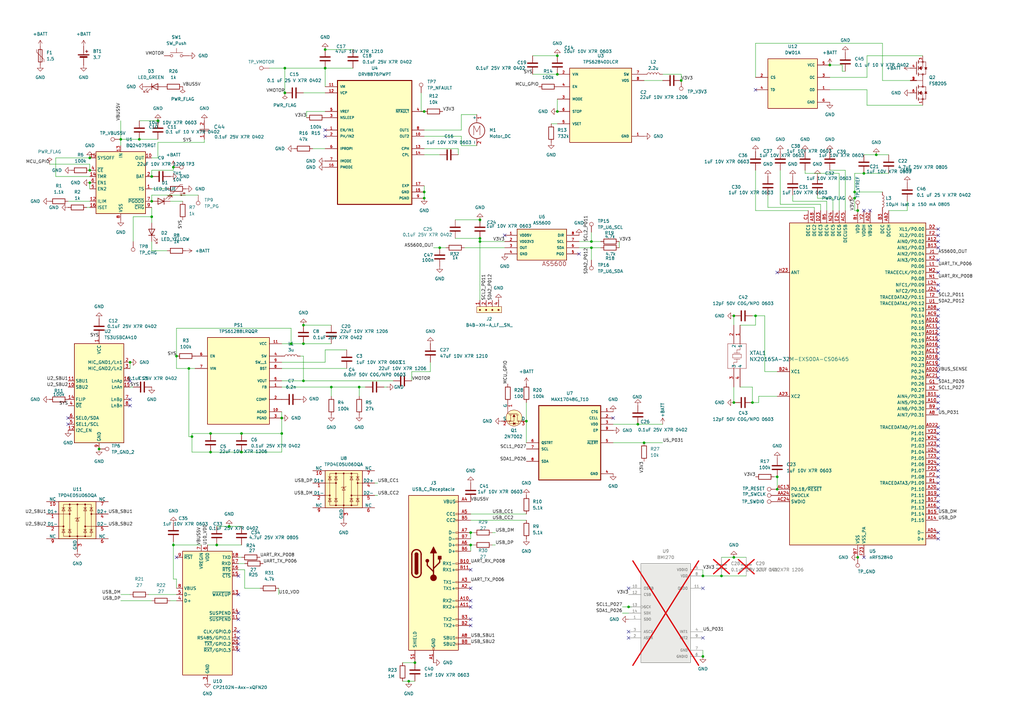
<source format=kicad_sch>
(kicad_sch (version 20250114) (generator "eeschema") (generator_version "9.0")
  (paper "A3")
  (lib_symbols
    (symbol "0402B104K160CT:0402B104K160CT" (pin_names (offset 0.254))
      (property "Reference" "C" (at 3.81 3.81 0))
      (property "Value" "0402B104K160CT" (at 3.81 -3.81 0))
      (symbol "0402B104K160CT_1_1"
        (pin unspecified line (at 0 0 0) (length 2.54) (name "") (number "1"))
        (pin unspecified line (at 7.62 0 180) (length 2.54) (name "") (number "2"))
      )
      (symbol "0402B104K160CT_1_2"
        (pin unspecified line (at 0 0 270) (length 2.54) (name "") (number "1"))
        (pin unspecified line (at 0 -7.62 90) (length 2.54) (name "") (number "2"))
      )
    )
    (symbol "AS5600:AS5600" (pin_names (offset 1.016))
      (property "Reference" "U" (at 0 0 0))
      (property "Value" "AS5600" (at 0 0 0))
      (symbol "AS5600_0_0"
        (text "AS5600" (at 0 -10.16 0) (effects (font (size 1.778 1.778)) (justify left bottom)))
        (pin power_in line (at -15.24 2.54 0) (length 5.08) (name "VDD5V") (number "1"))
        (pin power_in line (at -15.24 0 0) (length 5.08) (name "VDD3V3") (number "2"))
        (pin output line (at -15.24 -2.54 0) (length 5.08) (name "OUT") (number "3"))
        (pin power_in line (at -15.24 -5.08 0) (length 5.08) (name "GND") (number "4"))
        (pin input line (at 15.24 2.54 180) (length 5.08) (name "DIR") (number "8"))
        (pin input line (at 15.24 0 180) (length 5.08) (name "SCL") (number "7"))
        (pin bidirectional line (at 15.24 -2.54 180) (length 5.08) (name "SDA") (number "6"))
        (pin input line (at 15.24 -5.08 180) (length 5.08) (name "PGO") (number "5"))
      )
    )
    (symbol "BMI270:BMI270" (pin_names (offset 1.016))
      (property "Reference" "U" (at -10.16 21.082 0))
      (property "Value" "BMI270" (at -10.16 -22.86 0))
      (symbol "BMI270_0_0"
        (pin input line (at -15.24 10.16 0) (length 5.08) (name "OSCB") (number "10"))
        (pin input line (at -15.24 7.62 0) (length 5.08) (name "CSB") (number "12"))
        (pin input clock (at -15.24 2.54 0) (length 5.08) (name "SCX") (number "13"))
        (pin bidirectional line (at -15.24 0 0) (length 5.08) (name "SDX") (number "14"))
        (pin bidirectional line (at -15.24 -2.54 0) (length 5.08) (name "SDO") (number "1"))
        (pin bidirectional line (at -15.24 -7.62 0) (length 5.08) (name "ASCX") (number "3"))
        (pin bidirectional line (at -15.24 -10.16 0) (length 5.08) (name "ASDX") (number "2"))
        (pin power_in line (at 15.24 17.78 180) (length 5.08) (name "VDDIO") (number "5"))
        (pin power_in line (at 15.24 15.24 180) (length 5.08) (name "VDD") (number "8"))
        (pin output line (at 15.24 10.16 180) (length 5.08) (name "OSDO") (number "11"))
        (pin bidirectional line (at 15.24 -7.62 180) (length 5.08) (name "INT1") (number "4"))
        (pin bidirectional line (at 15.24 -10.16 180) (length 5.08) (name "INT2") (number "9"))
        (pin power_in line (at 15.24 -15.24 180) (length 5.08) (name "GND") (number "7"))
        (pin power_in line (at 15.24 -17.78 180) (length 5.08) (name "GNDIO") (number "6"))
      )
    )
    (symbol "Battery_Management:BQ24075RGT"
      (property "Reference" "U" (at -8.89 13.97 0))
      (property "Value" "BQ24075RGT" (at 16.51 13.97 0))
      (symbol "BQ24075RGT_1_1"
        (pin input line (at -12.7 10.16 0) (length 2.54) (name "SYSOFF") (number "15"))
        (pin input line (at -12.7 5.08 0) (length 2.54) (name "~{CE}") (number "4"))
        (pin input line (at -12.7 2.54 0) (length 2.54) (name "TMR") (number "14"))
        (pin input line (at -12.7 0 0) (length 2.54) (name "EN1") (number "6"))
        (pin input line (at -12.7 -2.54 0) (length 2.54) (name "EN2") (number "5"))
        (pin passive line (at -12.7 -7.62 0) (length 2.54) (name "ILIM") (number "12"))
        (pin passive line (at -12.7 -10.16 0) (length 2.54) (name "ISET") (number "16"))
        (pin power_in line (at 0 15.24 270) (length 2.54) (name "IN") (number "13"))
        (pin passive line (at 0 -15.24 90) (length 2.54) (hide yes) (name "VSS") (number "17"))
        (pin power_in line (at 0 -15.24 90) (length 2.54) (name "VSS") (number "8"))
        (pin power_out line (at 12.7 10.16 180) (length 2.54) (name "OUT") (number "10"))
        (pin passive line (at 12.7 10.16 180) (length 2.54) (hide yes) (name "OUT") (number "11"))
        (pin power_out line (at 12.7 2.54 180) (length 2.54) (name "BAT") (number "2"))
        (pin passive line (at 12.7 2.54 180) (length 2.54) (hide yes) (name "BAT") (number "3"))
        (pin passive line (at 12.7 -2.54 180) (length 2.54) (name "TS") (number "1"))
        (pin open_collector line (at 12.7 -7.62 180) (length 2.54) (name "~{PGOOD}") (number "7"))
        (pin open_collector line (at 12.7 -10.16 180) (length 2.54) (name "~{CHG}") (number "9"))
      )
    )
    (symbol "CS06465-32M:NX2016SA-32M-EXS00A-CS06465" (pin_names (offset 0.254))
      (property "Reference" "XTAL" (at 12.7 7.62 0))
      (property "Value" "NX2016SA-32M-EXS00A-CS06465" (at 12.7 5.08 0))
      (symbol "NX2016SA-32M-EXS00A-CS06465_0_1"
        (pin unspecified line (at 0 0 0) (length 7.62) (name "1") (number "1"))
        (pin unspecified line (at 0 -2.54 0) (length 7.62) (name "2") (number "2"))
        (pin unspecified line (at 25.4 0 180) (length 7.62) (name "4") (number "4"))
        (pin unspecified line (at 25.4 -2.54 180) (length 7.62) (name "3") (number "3"))
      )
    )
    (symbol "Connector:TestPoint" (pin_numbers (hide yes)) (pin_names (offset 0.762) (hide yes))
      (property "Reference" "TP" (at 0 6.858 0))
      (property "Value" "TestPoint" (at 0 5.08 0))
      (symbol "TestPoint_1_1"
        (pin passive line (at 0 0 90) (length 2.54) (name "1") (number "1"))
      )
    )
    (symbol "Connector:USB_C_Receptacle" (pin_names (offset 1.016))
      (property "Reference" "J" (at -10.16 29.21 0))
      (property "Value" "USB_C_Receptacle" (at 10.16 29.21 0))
      (symbol "USB_C_Receptacle_1_1"
        (pin passive line (at -7.62 -40.64 90) (length 5.08) (name "SHIELD") (number "S1"))
        (pin passive line (at 0 -40.64 90) (length 5.08) (name "GND") (number "A1"))
        (pin passive line (at 0 -40.64 90) (length 5.08) (hide yes) (name "GND") (number "A12"))
        (pin passive line (at 0 -40.64 90) (length 5.08) (hide yes) (name "GND") (number "B1"))
        (pin passive line (at 0 -40.64 90) (length 5.08) (hide yes) (name "GND") (number "B12"))
        (pin passive line (at 15.24 25.4 180) (length 5.08) (name "VBUS") (number "A4"))
        (pin passive line (at 15.24 25.4 180) (length 5.08) (hide yes) (name "VBUS") (number "A9"))
        (pin passive line (at 15.24 25.4 180) (length 5.08) (hide yes) (name "VBUS") (number "B4"))
        (pin passive line (at 15.24 25.4 180) (length 5.08) (hide yes) (name "VBUS") (number "B9"))
        (pin bidirectional line (at 15.24 20.32 180) (length 5.08) (name "CC1") (number "A5"))
        (pin bidirectional line (at 15.24 17.78 180) (length 5.08) (name "CC2") (number "B5"))
        (pin bidirectional line (at 15.24 12.7 180) (length 5.08) (name "D-") (number "A7"))
        (pin bidirectional line (at 15.24 10.16 180) (length 5.08) (name "D-") (number "B7"))
        (pin bidirectional line (at 15.24 7.62 180) (length 5.08) (name "D+") (number "A6"))
        (pin bidirectional line (at 15.24 5.08 180) (length 5.08) (name "D+") (number "B6"))
        (pin bidirectional line (at 15.24 0 180) (length 5.08) (name "RX1-") (number "B10"))
        (pin bidirectional line (at 15.24 -2.54 180) (length 5.08) (name "RX1+") (number "B11"))
        (pin bidirectional line (at 15.24 -7.62 180) (length 5.08) (name "TX1-") (number "A3"))
        (pin bidirectional line (at 15.24 -10.16 180) (length 5.08) (name "TX1+") (number "A2"))
        (pin bidirectional line (at 15.24 -15.24 180) (length 5.08) (name "RX2-") (number "A10"))
        (pin bidirectional line (at 15.24 -17.78 180) (length 5.08) (name "RX2+") (number "A11"))
        (pin bidirectional line (at 15.24 -22.86 180) (length 5.08) (name "TX2-") (number "B3"))
        (pin bidirectional line (at 15.24 -25.4 180) (length 5.08) (name "TX2+") (number "B2"))
        (pin bidirectional line (at 15.24 -30.48 180) (length 5.08) (name "SBU1") (number "A8"))
        (pin bidirectional line (at 15.24 -33.02 180) (length 5.08) (name "SBU2") (number "B8"))
      )
    )
    (symbol "DRV8876PWPT:DRV8876PWPT" (pin_names (offset 1.016))
      (property "Reference" "U4" (at 0 30.48 0))
      (property "Value" "DRV8876PWPT" (at 0 27.94 0))
      (symbol "DRV8876PWPT_0_0"
        (pin power_in line (at -20.32 22.86 0) (length 5.08) (name "VM") (number "11"))
        (pin passive line (at -20.32 20.32 0) (length 5.08) (name "VCP") (number "12"))
        (pin input line (at -20.32 12.7 0) (length 5.08) (name "VREF") (number "5"))
        (pin input line (at -20.32 10.16 0) (length 5.08) (name "NSLEEP") (number "3"))
        (pin input line (at -20.32 5.08 0) (length 5.08) (name "EN/IN1") (number "1"))
        (pin input line (at -20.32 2.54 0) (length 5.08) (name "PH/IN2") (number "2"))
        (pin output line (at -20.32 -2.54 0) (length 5.08) (name "IPROPI") (number "6"))
        (pin input line (at -20.32 -7.62 0) (length 5.08) (name "IMODE") (number "7"))
        (pin input line (at -20.32 -10.16 0) (length 5.08) (name "PMODE") (number "16"))
        (pin output line (at 20.32 12.7 180) (length 5.08) (name "~{NFAULT}") (number "4"))
        (pin output line (at 20.32 5.08 180) (length 5.08) (name "OUT1") (number "8"))
        (pin output line (at 20.32 2.54 180) (length 5.08) (name "OUT2") (number "10"))
        (pin bidirectional line (at 20.32 -2.54 180) (length 5.08) (name "CPH") (number "13"))
        (pin bidirectional line (at 20.32 -5.08 180) (length 5.08) (name "CPL") (number "14"))
        (pin passive line (at 20.32 -17.78 180) (length 5.08) (name "EXP") (number "17"))
        (pin power_in line (at 20.32 -20.32 180) (length 5.08) (name "GND") (number "15"))
        (pin power_in line (at 20.32 -22.86 180) (length 5.08) (name "PGND") (number "9"))
      )
    )
    (symbol "DW01A:DW01A" (pin_names (offset 1.016))
      (property "Reference" "U" (at -10.16 11.43 0))
      (property "Value" "DW01A" (at -10.16 -12.7 0))
      (symbol "DW01A_0_0"
        (pin input line (at -15.24 2.54 0) (length 5.08) (name "CS") (number "2"))
        (pin passive line (at -15.24 -2.54 0) (length 5.08) (name "TD") (number "4"))
        (pin power_in line (at 15.24 7.62 180) (length 5.08) (name "VCC") (number "5"))
        (pin output line (at 15.24 2.54 180) (length 5.08) (name "OC") (number "3"))
        (pin output line (at 15.24 -2.54 180) (length 5.08) (name "OD") (number "1"))
        (pin power_in line (at 15.24 -7.62 180) (length 5.08) (name "GND") (number "6"))
      )
    )
    (symbol "Device:Battery_Cell" (pin_numbers (hide yes)) (pin_names (offset 0) (hide yes))
      (property "Reference" "BT" (at 2.54 2.54 0))
      (property "Value" "Battery_Cell" (at 2.54 0 0))
      (symbol "Battery_Cell_1_1"
        (pin passive line (at 0 5.08 270) (length 2.54) (name "+") (number "1"))
        (pin passive line (at 0 -2.54 90) (length 2.54) (name "-") (number "2"))
      )
    )
    (symbol "Device:C" (pin_numbers (hide yes)) (pin_names (offset 0.254))
      (property "Reference" "C" (at 0.635 2.54 0))
      (property "Value" "C" (at 0.635 -2.54 0))
      (symbol "C_1_1"
        (pin passive line (at 0 3.81 270) (length 2.794) (name "~") (number "1"))
        (pin passive line (at 0 -3.81 90) (length 2.794) (name "~") (number "2"))
      )
    )
    (symbol "Device:L" (pin_numbers (hide yes)) (pin_names (offset 1.016) (hide yes))
      (property "Reference" "L" (at -1.27 0 90))
      (property "Value" "L" (at 1.905 0 90))
      (symbol "L_1_1"
        (pin passive line (at 0 3.81 270) (length 1.27) (name "1") (number "1"))
        (pin passive line (at 0 -3.81 90) (length 1.27) (name "2") (number "2"))
      )
    )
    (symbol "Device:LED" (pin_numbers (hide yes)) (pin_names (offset 1.016) (hide yes))
      (property "Reference" "D" (at 0 2.54 0))
      (property "Value" "LED" (at 0 -2.54 0))
      (symbol "LED_1_1"
        (pin passive line (at -3.81 0 0) (length 2.54) (name "K") (number "1"))
        (pin passive line (at 3.81 0 180) (length 2.54) (name "A") (number "2"))
      )
    )
    (symbol "Device:Polyfuse" (pin_numbers (hide yes)) (pin_names (offset 0))
      (property "Reference" "F" (at -2.54 0 90))
      (property "Value" "Polyfuse" (at 2.54 0 90))
      (symbol "Polyfuse_1_1"
        (pin passive line (at 0 3.81 270) (length 1.27) (name "~") (number "1"))
        (pin passive line (at 0 -3.81 90) (length 1.27) (name "~") (number "2"))
      )
    )
    (symbol "Device:R" (pin_numbers (hide yes)) (pin_names (offset 0))
      (property "Reference" "R" (at 2.032 0 90))
      (property "Value" "R" (at 0 0 90))
      (symbol "R_1_1"
        (pin passive line (at 0 3.81 270) (length 1.27) (name "~") (number "1"))
        (pin passive line (at 0 -3.81 90) (length 1.27) (name "~") (number "2"))
      )
    )
    (symbol "Device:Thermistor_NTC" (pin_numbers (hide yes)) (pin_names (offset 0))
      (property "Reference" "TH" (at -4.445 0 90))
      (property "Value" "Thermistor_NTC" (at 3.175 0 90))
      (symbol "Thermistor_NTC_1_1"
        (pin passive line (at 0 3.81 270) (length 1.27) (name "~") (number "1"))
        (pin passive line (at 0 -3.81 90) (length 1.27) (name "~") (number "2"))
      )
    )
    (symbol "FS8205:FS8205" (pin_names (offset 1.016))
      (property "Reference" "Q" (at 2.54 2.286 0))
      (property "Value" "FS8205" (at 2.54 -2.032 0))
      (symbol "FS8205_0_0"
        (pin passive line (at -5.08 5.08 0) (length 2.54) (name "~") (number "4"))
        (pin passive line (at -5.08 0 0) (length 2.54) (name "~") (number "2"))
        (pin passive line (at -5.08 0 0) (length 2.54) (name "~") (number "5"))
        (pin passive line (at -5.08 -5.08 0) (length 2.54) (name "~") (number "6"))
        (pin passive line (at 0 10.16 270) (length 2.54) (name "~") (number "3"))
        (pin passive line (at 0 -10.16 90) (length 2.54) (name "~") (number "1"))
      )
    )
    (symbol "Interface_USB:CP2102N-Axx-xQFN20"
      (property "Reference" "U10" (at 2.1433 -27.94 0))
      (property "Value" "CP2102N-Axx-xQFN20" (at 2.1433 -30.48 0))
      (symbol "CP2102N-Axx-xQFN20_1_1"
        (pin input line (at -12.7 22.86 0) (length 2.54) (name "~{RST}") (number "9"))
        (pin input line (at -12.7 10.16 0) (length 2.54) (name "VBUS") (number "8"))
        (pin bidirectional line (at -12.7 7.62 0) (length 2.54) (name "D-") (number "5"))
        (pin bidirectional line (at -12.7 5.08 0) (length 2.54) (name "D+") (number "4"))
        (pin no_connect line (at -10.16 -22.86 0) (length 2.54) (hide yes) (name "NC") (number "10"))
        (pin power_in line (at -2.54 27.94 270) (length 2.54) (name "VREGIN") (number "7"))
        (pin power_out line (at 0 27.94 270) (length 2.54) (name "VDD") (number "6"))
        (pin passive line (at 0 -27.94 90) (length 2.54) (hide yes) (name "GND") (number "12"))
        (pin passive line (at 0 -27.94 90) (length 2.54) (hide yes) (name "GND") (number "21"))
        (pin power_in line (at 0 -27.94 90) (length 2.54) (name "GND") (number "3"))
        (pin output line (at 12.7 22.86 180) (length 2.54) (name "TXD") (number "18"))
        (pin input line (at 12.7 20.32 180) (length 2.54) (name "RXD") (number "17"))
        (pin output line (at 12.7 17.78 180) (length 2.54) (name "~{RTS}") (number "16"))
        (pin input line (at 12.7 15.24 180) (length 2.54) (name "~{CTS}") (number "15"))
        (pin input line (at 12.7 7.62 180) (length 2.54) (name "~{WAKEUP}") (number "13"))
        (pin output line (at 12.7 0 180) (length 2.54) (name "SUSPEND") (number "14"))
        (pin output line (at 12.7 -2.54 180) (length 2.54) (name "~{SUSPEND}") (number "11"))
        (pin bidirectional line (at 12.7 -7.62 180) (length 2.54) (name "CLK/GPIO.0") (number "2"))
        (pin bidirectional line (at 12.7 -10.16 180) (length 2.54) (name "RS485/GPIO.1") (number "1"))
        (pin bidirectional line (at 12.7 -12.7 180) (length 2.54) (name "~{TXT}/GPIO.2") (number "20"))
        (pin bidirectional line (at 12.7 -15.24 180) (length 2.54) (name "~{RXT}/GPIO.3") (number "19"))
      )
    )
    (symbol "Interface_USB:TS3USBCA410"
      (property "Reference" "U" (at 2.54 24.13 0))
      (property "Value" "TS3USBCA410" (at 2.54 21.59 0))
      (symbol "TS3USBCA410_0_0"
        (pin passive line (at 12.7 -2.54 180) (length 2.54) (name "LnBp") (number "7"))
        (pin passive line (at 12.7 -5.08 180) (length 2.54) (name "LnBn") (number "8"))
      )
      (symbol "TS3USBCA410_1_0"
        (pin passive line (at -12.7 5.08 0) (length 2.54) (name "SBU1") (number "11"))
        (pin passive line (at -12.7 2.54 0) (length 2.54) (name "SBU2") (number "10"))
        (pin input line (at -12.7 -2.54 0) (length 2.54) (name "FLIP") (number "14"))
        (pin input line (at -12.7 -5.08 0) (length 2.54) (name "~{OE}") (number "4"))
        (pin bidirectional line (at -12.7 -10.16 0) (length 2.54) (name "SEL0/SDA") (number "6"))
        (pin input line (at -12.7 -12.7 0) (length 2.54) (name "SEL1/SCL") (number "5"))
        (pin input line (at -12.7 -15.24 0) (length 2.54) (name "I2C_EN") (number "12"))
        (pin power_in line (at 0 22.86 270) (length 2.54) (name "VCC") (number "1"))
        (pin power_in line (at 0 -22.86 90) (length 2.54) (name "GND") (number "9"))
        (pin no_connect line (at 10.16 -12.7 180) (length 2.54) (hide yes) (name "NC") (number "13"))
        (pin passive line (at 12.7 12.7 180) (length 2.54) (name "MIC_GND1/Ln1") (number "2"))
        (pin passive line (at 12.7 10.16 180) (length 2.54) (name "MIC_GND2/Ln2") (number "3"))
        (pin passive line (at 12.7 5.08 180) (length 2.54) (name "LnAp") (number "16"))
        (pin passive line (at 12.7 2.54 180) (length 2.54) (name "LnAn") (number "15"))
      )
    )
    (symbol "MAX17048G_T10:MAX17048G_T10" (pin_names (offset 1.016))
      (property "Reference" "U" (at -12.7 16.24 0))
      (property "Value" "MAX17048G_T10" (at -12.7 -19.24 0))
      (symbol "MAX17048G_T10_0_0"
        (pin input line (at -17.78 0 0) (length 5.08) (name "QSTRT") (number "6"))
        (pin input line (at -17.78 -2.54 0) (length 5.08) (name "SCL") (number "7"))
        (pin bidirectional line (at -17.78 -7.62 0) (length 5.08) (name "SDA") (number "8"))
        (pin power_in line (at 17.78 12.7 180) (length 5.08) (name "CTG") (number "1"))
        (pin power_in line (at 17.78 10.16 180) (length 5.08) (name "CELL") (number "2"))
        (pin power_in line (at 17.78 7.62 180) (length 5.08) (name "VDD") (number "3"))
        (pin power_in line (at 17.78 5.08 180) (length 5.08) (name "EP") (number "9"))
        (pin output line (at 17.78 0 180) (length 5.08) (name "~{ALERT}") (number "5"))
        (pin power_in line (at 17.78 -12.7 180) (length 5.08) (name "GND") (number "4"))
      )
    )
    (symbol "MCU_Nordic:nRF52840"
      (property "Reference" "U" (at 0 5.08 0))
      (property "Value" "nRF52840" (at 0 2.54 0))
      (symbol "nRF52840_1_1"
        (pin passive line (at -33.02 45.72 0) (length 5.08) (name "ANT") (number "H23"))
        (pin input line (at -33.02 5.08 0) (length 5.08) (name "XC1") (number "B24"))
        (pin input line (at -33.02 -5.08 0) (length 5.08) (name "XC2") (number "A23"))
        (pin bidirectional line (at -33.02 -43.18 0) (length 5.08) (name "P0.18/~{RESET}") (number "AC13"))
        (pin input line (at -33.02 -45.72 0) (length 5.08) (name "SWDCLK") (number "AA24"))
        (pin bidirectional line (at -33.02 -48.26 0) (length 5.08) (name "SWDIO") (number "AC24"))
        (pin passive line (at -20.32 71.12 270) (length 5.08) (name "DEC1") (number "C1"))
        (pin passive line (at -17.78 71.12 270) (length 5.08) (name "DEC2") (number "A18"))
        (pin passive line (at -15.24 71.12 270) (length 5.08) (name "DEC3") (number "D23"))
        (pin passive line (at -12.7 71.12 270) (length 5.08) (name "DEC4") (number "B5"))
        (pin passive line (at -10.16 71.12 270) (length 5.08) (name "DEC5") (number "N24"))
        (pin passive line (at -7.62 71.12 270) (length 5.08) (name "DEC6") (number "E24"))
        (pin passive line (at -5.08 71.12 270) (length 5.08) (name "DECUSB") (number "AC5"))
        (pin passive line (at 0 71.12 270) (length 5.08) (hide yes) (name "VDD") (number "A22"))
        (pin passive line (at 0 71.12 270) (length 5.08) (hide yes) (name "VDD") (number "AD14"))
        (pin passive line (at 0 71.12 270) (length 5.08) (hide yes) (name "VDD") (number "AD23"))
        (pin power_in line (at 0 71.12 270) (length 5.08) (name "VDD") (number "B1"))
        (pin passive line (at 0 71.12 270) (length 5.08) (hide yes) (name "VDD") (number "W1"))
        (pin power_in line (at 0 -71.12 90) (length 5.08) (name "VSS") (number "B7"))
        (pin passive line (at 0 -71.12 90) (length 5.08) (hide yes) (name "VSS") (number "EP"))
        (pin power_in line (at 2.54 71.12 270) (length 5.08) (name "VDDH") (number "Y2"))
        (pin power_in line (at 2.54 -71.12 90) (length 5.08) (name "VSS_PA") (number "F23"))
        (pin power_in line (at 5.08 71.12 270) (length 5.08) (name "VBUS") (number "AD2"))
        (pin power_out line (at 10.16 71.12 270) (length 5.08) (name "DCC") (number "B3"))
        (pin power_out line (at 12.7 71.12 270) (length 5.08) (name "DCCH") (number "AB2"))
        (pin bidirectional line (at 33.02 63.5 180) (length 5.08) (name "XL1/P0.00") (number "D2"))
        (pin bidirectional line (at 33.02 60.96 180) (length 5.08) (name "XL2/P0.01") (number "F2"))
        (pin bidirectional line (at 33.02 58.42 180) (length 5.08) (name "AIN0/P0.02") (number "A12"))
        (pin bidirectional line (at 33.02 55.88 180) (length 5.08) (name "AIN1/P0.03") (number "B13"))
        (pin bidirectional line (at 33.02 53.34 180) (length 5.08) (name "AIN2/P0.04") (number "J1"))
        (pin bidirectional line (at 33.02 50.8 180) (length 5.08) (name "AIN3/P0.05") (number "K2"))
        (pin bidirectional line (at 33.02 48.26 180) (length 5.08) (name "P0.06") (number "L1"))
        (pin bidirectional line (at 33.02 45.72 180) (length 5.08) (name "TRACECLK/P0.07") (number "M2"))
        (pin bidirectional line (at 33.02 43.18 180) (length 5.08) (name "P0.08") (number "N1"))
        (pin bidirectional line (at 33.02 40.64 180) (length 5.08) (name "NFC1/P0.09") (number "L24"))
        (pin bidirectional line (at 33.02 38.1 180) (length 5.08) (name "NFC2/P0.10") (number "J24"))
        (pin bidirectional line (at 33.02 35.56 180) (length 5.08) (name "TRACEDATA2/P0.11") (number "T2"))
        (pin bidirectional line (at 33.02 33.02 180) (length 5.08) (name "TRACEDATA1/P0.12") (number "U1"))
        (pin bidirectional line (at 33.02 30.48 180) (length 5.08) (name "P0.13") (number "AD8"))
        (pin bidirectional line (at 33.02 27.94 180) (length 5.08) (name "P0.14") (number "AC9"))
        (pin bidirectional line (at 33.02 25.4 180) (length 5.08) (name "P0.15") (number "AD10"))
        (pin bidirectional line (at 33.02 22.86 180) (length 5.08) (name "P0.16") (number "AC11"))
        (pin bidirectional line (at 33.02 20.32 180) (length 5.08) (name "P0.17") (number "AD12"))
        (pin bidirectional line (at 33.02 17.78 180) (length 5.08) (name "P0.19") (number "AC15"))
        (pin bidirectional line (at 33.02 15.24 180) (length 5.08) (name "P0.20") (number "AD16"))
        (pin bidirectional line (at 33.02 12.7 180) (length 5.08) (name "P0.21") (number "AC17"))
        (pin bidirectional line (at 33.02 10.16 180) (length 5.08) (name "P0.22") (number "AD18"))
        (pin bidirectional line (at 33.02 7.62 180) (length 5.08) (name "P0.23") (number "AC19"))
        (pin bidirectional line (at 33.02 5.08 180) (length 5.08) (name "P0.24") (number "AD20"))
        (pin bidirectional line (at 33.02 2.54 180) (length 5.08) (name "P0.25") (number "AC21"))
        (pin bidirectional line (at 33.02 0 180) (length 5.08) (name "P0.26") (number "G1"))
        (pin bidirectional line (at 33.02 -2.54 180) (length 5.08) (name "P0.27") (number "H2"))
        (pin bidirectional line (at 33.02 -5.08 180) (length 5.08) (name "AIN4/P0.28") (number "B11"))
        (pin bidirectional line (at 33.02 -7.62 180) (length 5.08) (name "AIN5/P0.29") (number "A10"))
        (pin bidirectional line (at 33.02 -10.16 180) (length 5.08) (name "AIN6/P0.30") (number "B9"))
        (pin bidirectional line (at 33.02 -12.7 180) (length 5.08) (name "AIN7/P0.31") (number "A8"))
        (pin bidirectional line (at 33.02 -17.78 180) (length 5.08) (name "TRACEDATA0/P1.00") (number "AD22"))
        (pin bidirectional line (at 33.02 -20.32 180) (length 5.08) (name "P1.01") (number "Y23"))
        (pin bidirectional line (at 33.02 -22.86 180) (length 5.08) (name "P1.02") (number "W24"))
        (pin bidirectional line (at 33.02 -25.4 180) (length 5.08) (name "P1.03") (number "V23"))
        (pin bidirectional line (at 33.02 -27.94 180) (length 5.08) (name "P1.04") (number "U24"))
        (pin bidirectional line (at 33.02 -30.48 180) (length 5.08) (name "P1.05") (number "T23"))
        (pin bidirectional line (at 33.02 -33.02 180) (length 5.08) (name "P1.06") (number "R24"))
        (pin bidirectional line (at 33.02 -35.56 180) (length 5.08) (name "P1.07") (number "P23"))
        (pin bidirectional line (at 33.02 -38.1 180) (length 5.08) (name "P1.08") (number "P2"))
        (pin bidirectional line (at 33.02 -40.64 180) (length 5.08) (name "TRACEDATA3/P1.09") (number "R1"))
        (pin bidirectional line (at 33.02 -43.18 180) (length 5.08) (name "P1.10") (number "A20"))
        (pin bidirectional line (at 33.02 -45.72 180) (length 5.08) (name "P1.11") (number "B19"))
        (pin bidirectional line (at 33.02 -48.26 180) (length 5.08) (name "P1.12") (number "B17"))
        (pin bidirectional line (at 33.02 -50.8 180) (length 5.08) (name "P1.13") (number "A16"))
        (pin bidirectional line (at 33.02 -53.34 180) (length 5.08) (name "P1.14") (number "B15"))
        (pin bidirectional line (at 33.02 -55.88 180) (length 5.08) (name "P1.15") (number "A14"))
        (pin bidirectional line (at 33.02 -60.96 180) (length 5.08) (name "D-") (number "AD4"))
        (pin bidirectional line (at 33.02 -63.5 180) (length 5.08) (name "D+") (number "AD6"))
      )
    )
    (symbol "Motor:Motor_DC" (pin_names (offset 0))
      (property "Reference" "M" (at 2.54 2.54 0))
      (property "Value" "Motor_DC" (at 2.54 -5.08 0))
      (symbol "Motor_DC_1_1"
        (pin passive line (at 0 5.08 270) (length 2.54) (name "+") (number "1"))
        (pin passive line (at 0 -7.62 90) (length 2.54) (name "-") (number "2"))
      )
    )
    (symbol "Power_Protection:TPD4E05U06DQA" (pin_names (offset 0))
      (property "Reference" "U" (at -0.635 8.89 0))
      (property "Value" "TPD4E05U06DQA" (at 1.905 -10.16 0))
      (symbol "TPD4E05U06DQA_1_1"
        (pin free line (at -12.7 7.62 0) (length 5.08) (name "NC") (number "10"))
        (pin passive line (at -12.7 2.54 0) (length 5.08) (name "D1+") (number "1"))
        (pin passive line (at -12.7 -2.54 0) (length 5.08) (name "D1-") (number "2"))
        (pin free line (at -12.7 -7.62 0) (length 5.08) (name "NC") (number "9"))
        (pin power_in line (at 0 -12.7 90) (length 5.08) (name "GND") (number "3"))
        (pin passive line (at 0 -12.7 90) (length 5.08) (hide yes) (name "GND") (number "8"))
        (pin free line (at 12.7 7.62 180) (length 5.08) (name "NC") (number "7"))
        (pin passive line (at 12.7 2.54 180) (length 5.08) (name "D2+") (number "4"))
        (pin passive line (at 12.7 -2.54 180) (length 5.08) (name "D2-") (number "5"))
        (pin free line (at 12.7 -7.62 180) (length 5.08) (name "NC") (number "6"))
      )
    )
    (symbol "Switch:SW_Push" (pin_numbers (hide yes)) (pin_names (offset 1.016) (hide yes))
      (property "Reference" "SW" (at 1.27 2.54 0))
      (property "Value" "SW_Push" (at 0 -1.524 0))
      (symbol "SW_Push_0_1"
        (pin passive line (at -5.08 0 0) (length 2.54) (name "1") (number "1"))
        (pin passive line (at 5.08 0 180) (length 2.54) (name "2") (number "2"))
      )
    )
    (symbol "TPS61288LRQQR:TPS61288LRQQR" (pin_names (offset 1.016))
      (property "Reference" "PS" (at -12.7 18.288 0))
      (property "Value" "TPS61288LRQQR" (at -12.7 -20.32 0))
      (symbol "TPS61288LRQQR_0_0"
        (pin input line (at -17.78 10.16 0) (length 5.08) (name "EN") (number "6"))
        (pin input line (at -17.78 5.08 0) (length 5.08) (name "VIN") (number "7"))
        (pin power_in line (at 17.78 15.24 180) (length 5.08) (name "VCC") (number "11"))
        (pin output line (at 17.78 10.16 180) (length 5.08) (name "SW") (number "4"))
        (pin output line (at 17.78 7.62 180) (length 5.08) (name "SW__1") (number "9"))
        (pin output line (at 17.78 5.08 180) (length 5.08) (name "BST") (number "8"))
        (pin output line (at 17.78 0 180) (length 5.08) (name "VOUT") (number "5"))
        (pin input line (at 17.78 -2.54 180) (length 5.08) (name "FB") (number "1"))
        (pin output line (at 17.78 -7.62 180) (length 5.08) (name "COMP") (number "2"))
        (pin power_in line (at 17.78 -12.7 180) (length 5.08) (name "AGND") (number "10"))
        (pin power_in line (at 17.78 -15.24 180) (length 5.08) (name "PGND") (number "3"))
      )
    )
    (symbol "TPS62840DLCR:TPS62840DLCR" (pin_names (offset 1.016))
      (property "Reference" "U3" (at 0 20.32 0))
      (property "Value" "TPS62840DLCR" (at 0 17.78 0))
      (symbol "TPS62840DLCR_0_0"
        (pin power_in line (at -17.78 12.7 0) (length 5.08) (name "VIN") (number "2"))
        (pin input line (at -17.78 7.62 0) (length 5.08) (name "EN") (number "4"))
        (pin input line (at -17.78 2.54 0) (length 5.08) (name "MODE") (number "3"))
        (pin input line (at -17.78 -2.54 0) (length 5.08) (name "STOP") (number "6"))
        (pin input line (at -17.78 -7.62 0) (length 5.08) (name "VSET") (number "5"))
        (pin passive line (at 17.78 12.7 180) (length 5.08) (name "SW") (number "7"))
        (pin input line (at 17.78 10.16 180) (length 5.08) (name "VOS") (number "8"))
        (pin power_in line (at 17.78 -12.7 180) (length 5.08) (name "GND") (number "1"))
      )
    )
    (symbol "dk_Rectangular-Connectors-Headers-Male-Pins:B4B-XH-A_LF__SN_" (pin_names (offset 1.016))
      (property "Reference" "J" (at -2.54 -1.27 0))
      (property "Value" "B4B-XH-A_LF__SN_" (at 3.81 -3.81 0))
      (symbol "B4B-XH-A_LF__SN__1_1"
        (pin passive line (at 0 2.54 270) (length 2.54) (name "~") (number "1"))
        (pin passive line (at 2.54 2.54 270) (length 2.54) (name "~") (number "2"))
        (pin passive line (at 5.08 2.54 270) (length 2.54) (name "~") (number "3"))
        (pin passive line (at 7.62 2.54 270) (length 2.54) (name "~") (number "4"))
      )
    )
    (symbol "dk_Transistors-FETs-MOSFETs-Single:2N7002" (pin_names (offset 0))
      (property "Reference" "Q" (at -2.6924 3.6322 0))
      (property "Value" "2N7002" (at 3.4544 0 90))
      (symbol "2N7002_1_1"
        (pin bidirectional line (at -7.62 -2.54 0) (length 2.54) (name "G") (number "1"))
        (pin bidirectional line (at 0 5.08 270) (length 2.54) (name "D") (number "3"))
        (pin bidirectional line (at 0 -5.08 90) (length 2.54) (name "S") (number "2"))
      )
    )
    (symbol "power:+BATT" (power) (pin_numbers (hide yes)) (pin_names (offset 0) (hide yes))
      (property "Value" "+BATT" (at 0 3.556 0))
      (symbol "+BATT_1_1"
        (pin power_in line (at 0 0 90) (length 0) (name "~") (number "1"))
      )
    )
    (symbol "power:GND" (power) (pin_numbers (hide yes)) (pin_names (offset 0) (hide yes))
      (property "Value" "GND" (at 0 -3.81 0))
      (symbol "GND_1_1"
        (pin power_in line (at 0 0 270) (length 0) (name "~") (number "1"))
      )
    )
    (symbol "power:PWR_FLAG" (power) (pin_numbers (hide yes)) (pin_names (offset 0) (hide yes))
      (property "Value" "PWR_FLAG" (at 0 3.81 0))
      (symbol "PWR_FLAG_0_0"
        (pin power_out line (at 0 0 90) (length 0) (name "~") (number "1"))
      )
    )
  )
  (junction (at 99.06 185.42))
  (junction (at 340.36 26.67))
  (junction (at 53.34 148.59))
  (junction (at 124.46 133.35))
  (junction (at 86.36 185.42))
  (junction (at 264.16 181.61))
  (junction (at 57.15 57.15))
  (junction (at 318.77 200.66))
  (junction (at 288.29 269.24))
  (junction (at 62.23 72.39))
  (junction (at 257.81 248.92))
  (junction (at 36.83 64.77))
  (junction (at 167.64 279.4))
  (junction (at 196.85 90.17))
  (junction (at 115.57 177.8))
  (junction (at 116.84 38.1))
  (junction (at 279.4 33.02))
  (junction (at 49.53 57.15))
  (junction (at 351.79 86.36))
  (junction (at 350.52 78.74))
  (junction (at 215.9 172.72))
  (junction (at 115.57 171.45))
  (junction (at 173.99 78.74))
  (junction (at 359.41 63.5))
  (junction (at 36.83 69.85))
  (junction (at 71.12 223.52))
  (junction (at 133.35 27.94))
  (junction (at 77.47 151.13))
  (junction (at 62.23 82.55))
  (junction (at 300.99 165.1))
  (junction (at 228.6 30.48))
  (junction (at 71.12 68.58))
  (junction (at 261.62 173.99))
  (junction (at 133.35 20.32))
  (junction (at 86.36 177.8))
  (junction (at 72.39 146.05))
  (junction (at 350.52 81.28))
  (junction (at 196.85 97.79))
  (junction (at 180.34 101.6))
  (junction (at 351.79 228.6))
  (junction (at 318.77 195.58))
  (junction (at 242.57 101.6))
  (junction (at 196.85 99.06))
  (junction (at 308.61 165.1))
  (junction (at 78.74 179.07))
  (junction (at 295.91 236.22))
  (junction (at 124.46 140.97))
  (junction (at 99.06 177.8))
  (junction (at 119.38 140.97))
  (junction (at 135.89 158.75))
  (junction (at 300.99 129.54))
  (junction (at 228.6 22.86))
  (junction (at 62.23 88.9))
  (junction (at 242.57 99.06))
  (junction (at 309.88 129.54))
  (junction (at 173.99 45.72))
  (junction (at 193.04 223.52))
  (junction (at 88.9 223.52))
  (junction (at 116.84 27.94))
  (junction (at 228.6 45.72))
  (junction (at 147.32 158.75))
  (junction (at 93.98 215.9))
  (junction (at 36.83 74.93))
  (junction (at 288.29 236.22))
  (junction (at 64.77 49.53))
  (junction (at 193.04 218.44))
  (junction (at 354.33 71.12))
  (junction (at 300.99 228.6))
  (junction (at 124.46 156.21))
  (junction (at 173.99 81.28))
  (junction (at 170.18 271.78))
  (junction (at 40.64 184.15))
  (no_connect (at 309.88 36.83))
  (no_connect (at 193.04 248.92))
  (no_connect (at 384.81 152.4))
  (no_connect (at 207.01 96.52))
  (no_connect (at 384.81 167.64))
  (no_connect (at 356.87 86.36))
  (no_connect (at 27.94 171.45))
  (no_connect (at 193.04 241.3))
  (no_connect (at 97.79 259.08))
  (no_connect (at 384.81 144.78))
  (no_connect (at 251.46 171.45))
  (no_connect (at 384.81 182.88))
  (no_connect (at 384.81 137.16))
  (no_connect (at 354.33 86.36))
  (no_connect (at 384.81 203.2))
  (no_connect (at 384.81 139.7))
  (no_connect (at 133.35 53.34))
  (no_connect (at 384.81 119.38))
  (no_connect (at 384.81 99.06))
  (no_connect (at 384.81 200.66))
  (no_connect (at 237.49 104.14))
  (no_connect (at 384.81 193.04))
  (no_connect (at 384.81 162.56))
  (no_connect (at 384.81 96.52))
  (no_connect (at 257.81 241.3))
  (no_connect (at 384.81 147.32))
  (no_connect (at 257.81 259.08))
  (no_connect (at 97.79 261.62))
  (no_connect (at 384.81 142.24))
  (no_connect (at 53.34 163.83))
  (no_connect (at 384.81 218.44))
  (no_connect (at 384.81 205.74))
  (no_connect (at 97.79 251.46))
  (no_connect (at 384.81 111.76))
  (no_connect (at 97.79 264.16))
  (no_connect (at 384.81 93.98))
  (no_connect (at 193.04 254))
  (no_connect (at 72.39 228.6))
  (no_connect (at 384.81 165.1))
  (no_connect (at 384.81 175.26))
  (no_connect (at 384.81 101.6))
  (no_connect (at 193.04 256.54))
  (no_connect (at 97.79 236.22))
  (no_connect (at 384.81 190.5))
  (no_connect (at 384.81 195.58))
  (no_connect (at 53.34 166.37))
  (no_connect (at 384.81 129.54))
  (no_connect (at 384.81 149.86))
  (no_connect (at 384.81 134.62))
  (no_connect (at 384.81 106.68))
  (no_connect (at 193.04 233.68))
  (no_connect (at 384.81 116.84))
  (no_connect (at 318.77 111.76))
  (no_connect (at 27.94 173.99))
  (no_connect (at 384.81 185.42))
  (no_connect (at 97.79 254))
  (no_connect (at 257.81 261.62))
  (no_connect (at 288.29 261.62))
  (no_connect (at 384.81 132.08))
  (no_connect (at 133.35 55.88))
  (no_connect (at 384.81 220.98))
  (no_connect (at 384.81 154.94))
  (no_connect (at 384.81 208.28))
  (no_connect (at 53.34 156.21))
  (no_connect (at 97.79 266.7))
  (no_connect (at 97.79 243.84))
  (no_connect (at 354.33 228.6))
  (no_connect (at 384.81 177.8))
  (no_connect (at 288.29 241.3))
  (no_connect (at 384.81 198.12))
  (no_connect (at 384.81 127))
  (no_connect (at 384.81 180.34))
  (no_connect (at 384.81 187.96))
  (no_connect (at 193.04 246.38))
  (wire (pts (xy 203.2 218.44) (xy 201.93 218.44)))
  (wire (pts (xy 173.99 60.96) (xy 187.96 60.96)))
  (wire (pts (xy 173.99 53.34) (xy 189.23 53.34)))
  (wire (pts (xy 318.77 200.66) (xy 318.77 195.58)))
  (wire (pts (xy 176.53 148.59) (xy 176.53 152.4)))
  (wire (pts (xy 49.53 49.53) (xy 49.53 57.15)))
  (wire (pts (xy 309.88 17.78) (xy 361.95 17.78)))
  (wire (pts (xy 264.16 33.02) (xy 271.78 33.02)))
  (wire (pts (xy 100.33 233.68) (xy 100.33 241.3)))
  (wire (pts (xy 311.15 162.56) (xy 318.77 162.56)))
  (wire (pts (xy 242.57 99.06) (xy 237.49 99.06)))
  (wire (pts (xy 193.04 213.36) (xy 215.9 213.36)))
  (wire (pts (xy 194.31 218.44) (xy 193.04 218.44)))
  (wire (pts (xy 57.15 57.15) (xy 64.77 57.15)))
  (wire (pts (xy 242.57 101.6) (xy 242.57 106.68)))
  (wire (pts (xy 218.44 30.48) (xy 228.6 30.48)))
  (wire (pts (xy 350.52 71.12) (xy 354.33 71.12)))
  (wire (pts (xy 341.63 86.36) (xy 341.63 81.28)))
  (wire (pts (xy 64.77 58.42) (xy 64.77 64.77)))
  (wire (pts (xy 153.67 203.2) (xy 154.94 203.2)))
  (wire (pts (xy 116.84 27.94) (xy 116.84 38.1)))
  (wire (pts (xy 308.61 129.54) (xy 309.88 129.54)))
  (wire (pts (xy 355.6 43.18) (xy 355.6 36.83)))
  (wire (pts (xy 135.89 158.75) (xy 147.32 158.75)))
  (wire (pts (xy 309.88 31.75) (xy 309.88 17.78)))
  (wire (pts (xy 82.55 223.52) (xy 71.12 223.52)))
  (wire (pts (xy 62.23 77.47) (xy 68.58 77.47)))
  (wire (pts (xy 133.35 148.59) (xy 133.35 143.51)))
  (wire (pts (xy 62.23 69.85) (xy 71.12 69.85)))
  (wire (pts (xy 72.39 151.13) (xy 77.47 151.13)))
  (wire (pts (xy 78.74 177.8) (xy 86.36 177.8)))
  (wire (pts (xy 119.38 140.97) (xy 115.57 140.97)))
  (wire (pts (xy 189.23 53.34) (xy 189.23 46.99)))
  (wire (pts (xy 215.9 165.1) (xy 215.9 172.72)))
  (wire (pts (xy 194.31 223.52) (xy 193.04 223.52)))
  (wire (pts (xy 147.32 158.75) (xy 147.32 162.56)))
  (wire (pts (xy 22.86 72.39) (xy 22.86 64.77)))
  (wire (pts (xy 36.83 72.39) (xy 22.86 72.39)))
  (wire (pts (xy 54.61 158.75) (xy 53.34 158.75)))
  (wire (pts (xy 133.35 27.94) (xy 133.35 35.56)))
  (wire (pts (xy 257.81 248.92) (xy 255.27 248.92)))
  (wire (pts (xy 334.01 86.36) (xy 334.01 85.09)))
  (wire (pts (xy 54.61 99.06) (xy 54.61 88.9)))
  (wire (pts (xy 350.52 78.74) (xy 361.95 78.74)))
  (wire (pts (xy 193.04 210.82) (xy 215.9 210.82)))
  (wire (pts (xy 133.35 20.32) (xy 144.78 20.32)))
  (wire (pts (xy 71.12 222.25) (xy 71.12 223.52)))
  (wire (pts (xy 344.17 86.36) (xy 344.17 71.12)))
  (wire (pts (xy 309.88 129.54) (xy 313.69 129.54)))
  (wire (pts (xy 124.46 140.97) (xy 135.89 140.97)))
  (wire (pts (xy 271.78 30.48) (xy 279.4 30.48)))
  (wire (pts (xy 88.9 223.52) (xy 99.06 223.52)))
  (wire (pts (xy 354.33 63.5) (xy 359.41 63.5)))
  (wire (pts (xy 165.1 279.4) (xy 167.64 279.4)))
  (wire (pts (xy 49.53 246.38) (xy 62.23 246.38)))
  (wire (pts (xy 378.46 43.18) (xy 355.6 43.18)))
  (wire (pts (xy 168.91 152.4) (xy 176.53 152.4)))
  (wire (pts (xy 339.09 86.36) (xy 339.09 82.55)))
  (wire (pts (xy 124.46 156.21) (xy 161.29 156.21)))
  (wire (pts (xy 340.36 31.75) (xy 355.6 31.75)))
  (wire (pts (xy 300.99 129.54) (xy 300.99 133.35)))
  (wire (pts (xy 88.9 215.9) (xy 93.98 215.9)))
  (wire (pts (xy 172.72 45.72) (xy 173.99 45.72)))
  (wire (pts (xy 308.61 158.75) (xy 308.61 165.1)))
  (wire (pts (xy 144.78 27.94) (xy 133.35 27.94)))
  (wire (pts (xy 346.71 86.36) (xy 346.71 69.85)))
  (wire (pts (xy 62.23 85.09) (xy 62.23 88.9)))
  (wire (pts (xy 115.57 148.59) (xy 133.35 148.59)))
  (wire (pts (xy 228.6 40.64) (xy 228.6 45.72)))
  (wire (pts (xy 186.69 90.17) (xy 196.85 90.17)))
  (wire (pts (xy 77.47 179.07) (xy 78.74 179.07)))
  (wire (pts (xy 62.23 102.87) (xy 62.23 99.06)))
  (wire (pts (xy 355.6 31.75) (xy 355.6 22.86)))
  (wire (pts (xy 72.39 134.62) (xy 119.38 134.62)))
  (wire (pts (xy 207.01 99.06) (xy 196.85 99.06)))
  (wire (pts (xy 53.34 148.59) (xy 53.34 151.13)))
  (wire (pts (xy 62.23 64.77) (xy 64.77 64.77)))
  (wire (pts (xy 119.38 134.62) (xy 119.38 140.97)))
  (wire (pts (xy 330.2 71.12) (xy 330.2 69.85)))
  (wire (pts (xy 167.64 279.4) (xy 170.18 279.4)))
  (wire (pts (xy 124.46 38.1) (xy 133.35 38.1)))
  (wire (pts (xy 115.57 168.91) (xy 115.57 171.45)))
  (wire (pts (xy 125.73 48.26) (xy 125.73 45.72)))
  (wire (pts (xy 271.78 181.61) (xy 264.16 181.61)))
  (wire (pts (xy 331.47 86.36) (xy 309.88 86.36)))
  (wire (pts (xy 364.49 86.36) (xy 372.11 86.36)))
  (wire (pts (xy 246.38 99.06) (xy 242.57 99.06)))
  (wire (pts (xy 49.53 57.15) (xy 57.15 57.15)))
  (wire (pts (xy 318.77 195.58) (xy 317.5 195.58)))
  (wire (pts (xy 74.93 82.55) (xy 69.85 82.55)))
  (wire (pts (xy 345.44 29.21) (xy 346.71 29.21)))
  (wire (pts (xy 165.1 271.78) (xy 170.18 271.78)))
  (wire (pts (xy 313.69 129.54) (xy 313.69 152.4)))
  (wire (pts (xy 99.06 228.6) (xy 97.79 228.6)))
  (wire (pts (xy 85.09 223.52) (xy 88.9 223.52)))
  (wire (pts (xy 99.06 185.42) (xy 115.57 185.42)))
  (wire (pts (xy 354.33 71.12) (xy 364.49 71.12)))
  (wire (pts (xy 173.99 55.88) (xy 189.23 55.88)))
  (wire (pts (xy 311.15 165.1) (xy 311.15 162.56)))
  (wire (pts (xy 77.47 151.13) (xy 77.47 179.07)))
  (wire (pts (xy 115.57 151.13) (xy 142.24 151.13)))
  (wire (pts (xy 196.85 99.06) (xy 196.85 123.19)))
  (wire (pts (xy 62.23 80.01) (xy 81.28 80.01)))
  (wire (pts (xy 100.33 241.3) (xy 106.68 241.3)))
  (wire (pts (xy 86.36 177.8) (xy 99.06 177.8)))
  (wire (pts (xy 62.23 88.9) (xy 62.23 91.44)))
  (wire (pts (xy 186.69 97.79) (xy 196.85 97.79)))
  (wire (pts (xy 313.69 152.4) (xy 318.77 152.4)))
  (wire (pts (xy 190.5 101.6) (xy 207.01 101.6)))
  (wire (pts (xy 173.99 63.5) (xy 180.34 63.5)))
  (wire (pts (xy 246.38 101.6) (xy 242.57 101.6)))
  (wire (pts (xy 336.55 83.82) (xy 320.04 83.82)))
  (wire (pts (xy 300.99 228.6) (xy 306.07 228.6)))
  (wire (pts (xy 97.79 233.68) (xy 100.33 233.68)))
  (wire (pts (xy 124.46 133.35) (xy 135.89 133.35)))
  (wire (pts (xy 189.23 59.69) (xy 195.58 59.69)))
  (wire (pts (xy 350.52 86.36) (xy 351.79 86.36)))
  (wire (pts (xy 350.52 78.74) (xy 350.52 71.12)))
  (wire (pts (xy 196.85 99.06) (xy 196.85 97.79)))
  (wire (pts (xy 135.89 158.75) (xy 135.89 162.56)))
  (wire (pts (xy 215.9 172.72) (xy 215.9 181.61)))
  (wire (pts (xy 335.28 81.28) (xy 335.28 80.01)))
  (wire (pts (xy 361.95 33.02) (xy 373.38 33.02)))
  (wire (pts (xy 334.01 85.09) (xy 314.96 85.09)))
  (wire (pts (xy 187.96 60.96) (xy 187.96 63.5)))
  (wire (pts (xy 78.74 179.07) (xy 78.74 185.42)))
  (wire (pts (xy 295.91 236.22) (xy 306.07 236.22)))
  (wire (pts (xy 62.23 82.55) (xy 62.23 80.01)))
  (wire (pts (xy 303.53 158.75) (xy 308.61 158.75)))
  (wire (pts (xy 153.67 198.12) (xy 154.94 198.12)))
  (wire (pts (xy 172.72 38.1) (xy 172.72 45.72)))
  (wire (pts (xy 62.23 69.85) (xy 62.23 72.39)))
  (wire (pts (xy 57.15 49.53) (xy 64.77 49.53)))
  (wire (pts (xy 218.44 22.86) (xy 228.6 22.86)))
  (wire (pts (xy 116.84 27.94) (xy 133.35 27.94)))
  (wire (pts (xy 325.12 82.55) (xy 325.12 80.01)))
  (wire (pts (xy 49.53 57.15) (xy 49.53 59.69)))
  (wire (pts (xy 251.46 173.99) (xy 261.62 173.99)))
  (wire (pts (xy 309.88 129.54) (xy 309.88 133.35)))
  (wire (pts (xy 242.57 101.6) (xy 237.49 101.6)))
  (wire (pts (xy 71.12 69.85) (xy 71.12 68.58)))
  (wire (pts (xy 300.99 158.75) (xy 300.99 165.1)))
  (wire (pts (xy 226.06 50.8) (xy 228.6 50.8)))
  (wire (pts (xy 350.52 81.28) (xy 350.52 78.74)))
  (wire (pts (xy 72.39 237.49) (xy 71.12 237.49)))
  (wire (pts (xy 173.99 78.74) (xy 173.99 81.28)))
  (wire (pts (xy 83.82 57.15) (xy 83.82 58.42)))
  (wire (pts (xy 36.83 74.93) (xy 36.83 77.47)))
  (wire (pts (xy 295.91 228.6) (xy 300.99 228.6)))
  (wire (pts (xy 242.57 95.25) (xy 242.57 99.06)))
  (wire (pts (xy 345.44 26.67) (xy 340.36 26.67)))
  (wire (pts (xy 68.58 102.87) (xy 62.23 102.87)))
  (wire (pts (xy 336.55 86.36) (xy 336.55 83.82)))
  (wire (pts (xy 193.04 223.52) (xy 193.04 226.06)))
  (wire (pts (xy 288.29 236.22) (xy 295.91 236.22)))
  (wire (pts (xy 189.23 55.88) (xy 189.23 59.69)))
  (wire (pts (xy 350.52 86.36) (xy 350.52 81.28)))
  (wire (pts (xy 309.88 86.36) (xy 309.88 69.85)))
  (wire (pts (xy 133.35 143.51) (xy 142.24 143.51)))
  (wire (pts (xy 86.36 185.42) (xy 99.06 185.42)))
  (wire (pts (xy 168.91 156.21) (xy 168.91 152.4)))
  (wire (pts (xy 259.08 248.92) (xy 257.81 248.92)))
  (wire (pts (xy 27.94 82.55) (xy 36.83 82.55)))
  (wire (pts (xy 177.8 101.6) (xy 180.34 101.6)))
  (wire (pts (xy 288.29 266.7) (xy 288.29 269.24)))
  (wire (pts (xy 196.85 90.17) (xy 196.85 91.44)))
  (wire (pts (xy 288.29 233.68) (xy 288.29 236.22)))
  (wire (pts (xy 110.49 27.94) (xy 116.84 27.94)))
  (wire (pts (xy 64.77 58.42) (xy 83.82 58.42)))
  (wire (pts (xy 257.81 251.46) (xy 255.27 251.46)))
  (wire (pts (xy 115.57 185.42) (xy 115.57 177.8)))
  (wire (pts (xy 72.39 146.05) (xy 72.39 151.13)))
  (wire (pts (xy 345.44 29.21) (xy 345.44 26.67)))
  (wire (pts (xy 93.98 215.9) (xy 99.06 215.9)))
  (wire (pts (xy 346.71 69.85) (xy 340.36 69.85)))
  (wire (pts (xy 189.23 46.99) (xy 195.58 46.99)))
  (wire (pts (xy 124.46 140.97) (xy 119.38 140.97)))
  (wire (pts (xy 77.47 151.13) (xy 80.01 151.13)))
  (wire (pts (xy 355.6 36.83) (xy 340.36 36.83)))
  (wire (pts (xy 97.79 231.14) (xy 100.33 231.14)))
  (wire (pts (xy 308.61 165.1) (xy 311.15 165.1)))
  (wire (pts (xy 320.04 83.82) (xy 320.04 69.85)))
  (wire (pts (xy 361.95 17.78) (xy 361.95 33.02)))
  (wire (pts (xy 193.04 218.44) (xy 193.04 220.98)))
  (wire (pts (xy 344.17 71.12) (xy 330.2 71.12)))
  (wire (pts (xy 115.57 156.21) (xy 124.46 156.21)))
  (wire (pts (xy 78.74 179.07) (xy 78.74 177.8)))
  (wire (pts (xy 124.46 146.05) (xy 124.46 156.21)))
  (wire (pts (xy 372.11 82.55) (xy 372.11 86.36)))
  (wire (pts (xy 71.12 237.49) (xy 71.12 223.52)))
  (wire (pts (xy 124.46 146.05) (xy 123.19 146.05)))
  (wire (pts (xy 359.41 63.5) (xy 364.49 63.5)))
  (wire (pts (xy 254 99.06) (xy 254 101.6)))
  (wire (pts (xy 314.96 80.01) (xy 314.96 85.09)))
  (wire (pts (xy 355.6 22.86) (xy 378.46 22.86)))
  (wire (pts (xy 264.16 181.61) (xy 251.46 181.61)))
  (wire (pts (xy 173.99 76.2) (xy 173.99 78.74)))
  (wire (pts (xy 49.53 243.84) (xy 53.34 243.84)))
  (wire (pts (xy 115.57 158.75) (xy 135.89 158.75)))
  (wire (pts (xy 261.62 173.99) (xy 271.78 173.99)))
  (wire (pts (xy 54.61 88.9) (xy 62.23 88.9)))
  (wire (pts (xy 158.75 158.75) (xy 157.48 158.75)))
  (wire (pts (xy 149.86 158.75) (xy 147.32 158.75)))
  (wire (pts (xy 303.53 133.35) (xy 309.88 133.35)))
  (wire (pts (xy 36.83 67.31) (xy 36.83 69.85)))
  (wire (pts (xy 72.39 241.3) (xy 72.39 237.49)))
  (wire (pts (xy 35.56 85.09) (xy 36.83 85.09)))
  (wire (pts (xy 60.96 243.84) (xy 72.39 243.84)))
  (wire (pts (xy 128.27 60.96) (xy 133.35 60.96)))
  (wire (pts (xy 115.57 171.45) (xy 115.57 177.8)))
  (wire (pts (xy 20.32 67.31) (xy 36.83 67.31)))
  (wire (pts (xy 69.85 246.38) (xy 72.39 246.38)))
  (wire (pts (xy 78.74 185.42) (xy 86.36 185.42)))
  (wire (pts (xy 279.4 30.48) (xy 279.4 33.02)))
  (wire (pts (xy 339.09 82.55) (xy 325.12 82.55)))
  (wire (pts (xy 22.86 64.77) (xy 36.83 64.77)))
  (wire (pts (xy 203.2 223.52) (xy 201.93 223.52)))
  (wire (pts (xy 125.73 45.72) (xy 133.35 45.72)))
  (wire (pts (xy 114.3 243.84) (xy 114.3 241.3)))
  (wire (pts (xy 180.34 101.6) (xy 182.88 101.6)))
  (wire (pts (xy 99.06 177.8) (xy 115.57 177.8)))
  (wire (pts (xy 341.63 81.28) (xy 335.28 81.28)))
  (wire (pts (xy 72.39 134.62) (xy 72.39 146.05)))
  (label "MCU_GPIO" (at 20.32 67.31 180))
  (label "USB_CC1" (at 154.94 198.12 0))
  (label "VBUS5V" (at 49.53 49.53 90))
  (label "USB_DM" (at 203.2 218.44 0))
  (label "V3V3" (at 350.52 86.36 90))
  (label "V3V3" (at 125.73 48.26 180))
  (label "SDA1_P026" (at 215.9 189.23 180))
  (label "USB_DP" (at 384.81 213.36 0))
  (label "USB_SBU2" (at 44.45 215.9 0))
  (label "U2_SBU1" (at 19.05 210.82 180))
  (label "V3V3" (at 309.88 195.58 180))
  (label "SDA1_P026" (at 255.27 251.46 180))
  (label "USB_CC1" (at 201.93 210.82 0))
  (label "UART_RX_P008" (at 384.81 114.3 0))
  (label "MCU_GPIO" (at 208.28 157.48 90))
  (label "USB_CC2" (at 154.94 203.2 0))
  (label "U5_P031" (at 384.81 170.18 0))
  (label "V3V3" (at 279.4 33.02 0))
  (label "V3V3" (at 207.01 99.06 180))
  (label "USB_DP" (at 203.2 223.52 0))
  (label "VBUS5V" (at 193.04 205.74 0))
  (label "USB_SBU2" (at 193.04 264.16 0))
  (label "VBUS_SENSE" (at 384.81 152.4 0))
  (label "V3V3" (at 264.16 189.23 270))
  (label "VBUS5V" (at 82.55 223.52 90))
  (label "SYS" (at 218.44 30.48 180))
  (label "USB_DM" (at 384.81 210.82 0))
  (label "USB_DM" (at 128.27 203.2 180))
  (label "SYS" (at 72.39 146.05 180))
  (label "V3V3" (at 288.29 233.68 0))
  (label "U2_SBU2" (at 19.05 215.9 180))
  (label "USB_DP" (at 128.27 198.12 180))
  (label "AS5600_OUT" (at 177.8 101.6 180))
  (label "SCL1_P027" (at 384.81 160.02 0))
  (label "AS5600_OUT" (at 384.81 104.14 0))
  (label "UART_TX_P006" (at 384.81 109.22 0))
  (label "SYS" (at 74.93 90.17 270))
  (label "VBUS5V" (at 74.93 35.56 0))
  (label "SYS" (at 53.34 158.75 0))
  (label "VMOTOR" (at 67.31 22.86 180))
  (label "USB_CC2" (at 201.93 213.36 0))
  (label "U5_P031" (at 288.29 259.08 0))
  (label "SCL2_P011" (at 384.81 121.92 0))
  (label "U2_SBU2" (at 27.94 158.75 180))
  (label "U2_SBU1" (at 27.94 156.21 180))
  (label "VMOTOR" (at 116.84 38.1 180))
  (label "V3V3" (at 254 99.06 0))
  (label "SDA2_P012" (at 201.93 123.19 90))
  (label "V3V3" (at 257.81 243.84 180))
  (label "VMOTOR" (at 168.91 156.21 0))
  (label "SDA2_P012" (at 241.3 101.6 270))
  (label "SYS" (at 74.93 58.42 0))
  (label "SDA2_P012" (at 384.81 124.46 0))
  (label "V3V3" (at 181.61 45.72 0))
  (label "MCU_GPIO" (at 220.98 35.56 180))
  (label "USB_DM" (at 49.53 243.84 180))
  (label "USB_SBU1" (at 193.04 261.62 0))
  (label "SCL2_P011" (at 199.39 123.19 90))
  (label "UART_RX_P008" (at 106.68 228.6 0))
  (label "SYS" (at 27.94 166.37 180))
  (label "SCL1_P027" (at 215.9 184.15 180))
  (label "SDA1_P026" (at 384.81 157.48 0))
  (label "UART_TX_P006" (at 193.04 238.76 0))
  (label "SCL1_P027" (at 255.27 248.92 180))
  (label "UART_RX_P008" (at 193.04 231.14 0))
  (label "USB_DP" (at 49.53 246.38 180))
  (label "U10_VDD" (at 85.09 223.52 90))
  (label "U10_VDD" (at 114.3 243.84 0))
  (label "UART_TX_P006" (at 107.95 231.14 0))
  (label "U5_P031" (at 271.78 181.61 0))
  (label "SYS" (at 40.64 138.43 180))
  (label "USB_SBU1" (at 44.45 210.82 0))
  (label "SCL2_P011" (at 241.3 99.06 90))
  (symbol (lib_id "power:GND") (at 64.77 49.53 180) (unit 1)
    (property "Reference" "#PWR017" (effects (hide yes)))
    (property "Value" "GND" (at 64.77 44.45 0))
    (property "Description" "Power symbol creates a global label with name \"GND\" , ground" (effects (hide yes)))
  )
  (symbol (lib_id "power:GND") (at 335.28 72.39 180) (unit 1)
    (property "Reference" "#PWR061" (effects (hide yes)))
    (property "Value" "GND" (at 335.28 67.31 0))
    (property "Description" "Power symbol creates a global label with name \"GND\" , ground" (effects (hide yes)))
  )
  (symbol (lib_id "power:GND") (at 340.36 62.23 180) (unit 1)
    (property "Reference" "#PWR062" (effects (hide yes)))
    (property "Value" "GND" (at 340.36 57.15 0))
    (property "Description" "Power symbol creates a global label with name \"GND\" , ground" (effects (hide yes)))
  )
  (symbol (lib_id "Device:R") (at 177.8 45.72 90) (unit 1)
    (property "Reference" "R12" (at 177.8 39.37 90))
    (property "Value" "10k" (at 177.8 41.91 90))
    (property "Footprint" "Resistor_SMD:R_0603_1608Metric" (effects (hide yes)))
    (property "Description" "Resistor" (effects (hide yes)))
  )
  (symbol (lib_id "Device:C") (at 275.59 33.02 90) (unit 1)
    (property "Reference" "C2" (at 263.906 37.846 90))
    (property "Value" "22uF 10V X7R 1206" (at 272.288 39.878 90))
    (property "Footprint" "custom:CAP_CC1206_YAG-L" (effects (hide yes)))
    (property "Datasheet" "https://www.yageogroup.com/content/datasheet/asset/file/UPY-GPHC_X7R_6_3V-TO-250V" (effects (hide yes)))
    (property "Description" "Unpolarized capacitor" (effects (hide yes)))
  )
  (symbol (lib_id "Device:R") (at 104.14 231.14 90) (unit 1)
    (property "Reference" "R25" (at 103.886 235.712 90))
    (property "Value" "27" (at 103.886 233.68 90))
    (property "Footprint" "Resistor_SMD:R_0603_1608Metric" (effects (hide yes)))
    (property "Description" "Resistor" (effects (hide yes)))
  )
  (symbol (lib_id "Connector:TestPoint") (at 242.57 95.25 0) (unit 1)
    (property "Reference" "TP15" (at 245.11 90.6779 0) (effects (justify left)))
    (property "Value" "TP_U6_SCL" (at 245.11 93.2179 0) (effects (justify left)))
    (property "Footprint" "TestPoint:TestPoint_Pad_D1.0mm" (effects (hide yes)))
    (property "Description" "test point" (effects (hide yes)))
  )
  (symbol (lib_id "AS5600:AS5600") (at 222.25 99.06 0) (unit 1) (exclude_from_sim yes)
    (property "Reference" "U6" (at 222.2574 88.9 0))
    (property "Value" "AS5600" (at 222.2574 91.44 0))
    (property "Footprint" "AS5600:SOIC8" (effects (hide yes)))
    (property "MF" "Ams AG" (effects (hide yes)))
    (property "Description_1" "Hall Effect Sensor Rotary Position External Magnet, Not Included Gull Wing" (effects (hide yes)))
    (property "Package" "None" (effects (hide yes)))
    (property "Price" "None" (effects (hide yes)))
    (property "SnapEDA_Link" "https://www.snapeda.com/parts/AS5600/ams/view-part/?ref=snap" (effects (hide yes)))
    (property "MP" "AS5600" (effects (hide yes)))
    (property "Availability" "Not in stock" (effects (hide yes)))
    (property "Check_prices" "https://www.snapeda.com/parts/AS5600/ams/view-part/?ref=eda" (effects (hide yes)))
  )
  (symbol (lib_id "power:GND") (at 173.99 81.28 0) (unit 1)
    (property "Reference" "#PWR035" (effects (hide yes)))
    (property "Value" "GND" (at 173.99 86.36 0))
    (property "Description" "Power symbol creates a global label with name \"GND\" , ground" (effects (hide yes)))
  )
  (symbol (lib_id "Device:C") (at 180.34 105.41 0) (unit 1)
    (property "Reference" "C47" (at 173.736 104.648 0) (effects (justify left)))
    (property "Value" "100n" (at 172.974 106.68 0) (effects (justify left)))
    (property "Description" "Unpolarized capacitor" (effects (hide yes)))
  )
  (symbol (lib_id "Device:C") (at 71.12 218.44 0) (unit 1)
    (property "Reference" "C35" (at 73.152 212.598 0) (effects (justify left)))
    (property "Value" "1uF 10V X7R 0603" (at 66.802 214.884 0) (effects (justify left)))
    (property "Footprint" "custom:CAPC1608X90" (effects (hide yes)))
    (property "Datasheet" "https://www.yageogroup.com/content/datasheet/asset/file/UPY-GPHC_X7R_6_3V-TO-250V" (effects (hide yes)))
    (property "Description" "Unpolarized capacitor" (effects (hide yes)))
  )
  (symbol (lib_id "power:GND") (at 318.77 187.96 180) (unit 1)
    (property "Reference" "#PWR039" (effects (hide yes)))
    (property "Value" "GND" (at 318.77 182.88 0))
    (property "Description" "Power symbol creates a global label with name \"GND\" , ground" (effects (hide yes)))
  )
  (symbol (lib_id "power:GND") (at 196.85 90.17 180) (unit 1)
    (property "Reference" "#PWR040" (effects (hide yes)))
    (property "Value" "GND" (at 196.85 85.09 0))
    (property "Description" "Power symbol creates a global label with name \"GND\" , ground" (effects (hide yes)))
  )
  (symbol (lib_id "Device:C") (at 228.6 26.67 0) (unit 1)
    (property "Reference" "C14" (at 231.394 19.558 0) (effects (justify left)))
    (property "Value" "10uF 10V X7R 0603" (at 231.14 21.082 0) (effects (justify left)))
    (property "Footprint" "custom:CAPC1608X90" (effects (hide yes)))
    (property "Datasheet" "https://datasheets.kyocera-avx.com/LD-Series.pdf" (effects (hide yes)))
    (property "Description" "Unpolarized capacitor" (effects (hide yes)))
  )
  (symbol (lib_id "Device:C") (at 346.71 25.4 0) (unit 1)
    (property "Reference" "C45" (at 350.52 24.1299 0) (effects (justify left)))
    (property "Value" "0.1 uF 10 V X7R 0402" (at 350.52 26.6699 0) (effects (justify left)))
    (property "Footprint" "custom:CAP_0402_N_WAL" (effects (hide yes)))
    (property "Datasheet" "0402B104K160CT" (effects (hide yes)))
    (property "Description" "Unpolarized capacitor" (effects (hide yes)))
  )
  (symbol (lib_id "Connector:TestPoint") (at 318.77 203.2 90) (unit 1)
    (property "Reference" "TP10" (effects (hide yes)))
    (property "Value" "TP_SWCLK" (at 309.372 202.692 90))
    (property "Footprint" "TestPoint:TestPoint_Pad_D1.0mm" (effects (hide yes)))
    (property "Description" "test point" (effects (hide yes)))
  )
  (symbol (lib_id "Device:R") (at 264.16 185.42 0) (unit 1)
    (property "Reference" "R27" (at 266.7 184.1499 0) (effects (justify left)))
    (property "Value" "10k" (at 266.7 186.6899 0) (effects (justify left)))
    (property "Footprint" "Resistor_SMD:R_0603_1608Metric" (effects (hide yes)))
    (property "Description" "Resistor" (effects (hide yes)))
  )
  (symbol (lib_id "Battery_Management:BQ24075RGT") (at 49.53 74.93 0) (unit 1) (exclude_from_sim yes)
    (property "Reference" "U1" (at 51.6733 57.15 0) (effects (justify left)))
    (property "Value" "BQ24075RGT" (at 51.6733 59.69 0) (effects (justify left)))
    (property "Footprint" "Package_DFN_QFN:VQFN-16-1EP_3x3mm_P0.5mm_EP1.6x1.6mm" (effects (hide yes)))
    (property "Datasheet" "http://www.ti.com/lit/ds/symlink/bq24075.pdf" (effects (hide yes)))
    (property "Description" "USB-Friendly Li-Ion Battery Charger and Power-Path Management, VQFN-16" (effects (hide yes)))
  )
  (symbol (lib_id "power:GND") (at 251.46 168.91 180) (unit 1)
    (property "Reference" "#PWR071" (effects (hide yes)))
    (property "Value" "GND" (at 251.46 163.83 0))
    (property "Description" "Power symbol creates a global label with name \"GND\" , ground" (effects (hide yes)))
  )
  (symbol (lib_id "power:GND") (at 226.06 58.42 0) (unit 1)
    (property "Reference" "#PWR030" (effects (hide yes)))
    (property "Value" "GND" (at 226.06 63.5 0))
    (property "Description" "Power symbol creates a global label with name \"GND\" , ground" (effects (hide yes)))
  )
  (symbol (lib_id "power:GND") (at 123.19 163.83 90) (unit 1)
    (property "Reference" "#PWR013" (effects (hide yes)))
    (property "Value" "GND" (at 126.746 163.576 90) (effects (justify right)))
    (property "Description" "Power symbol creates a global label with name \"GND\" , ground" (effects (hide yes)))
  )
  (symbol (lib_id "power:GND") (at 359.41 63.5 180) (unit 1)
    (property "Reference" "#PWR038" (effects (hide yes)))
    (property "Value" "GND" (at 359.41 58.42 0))
    (property "Description" "Power symbol creates a global label with name \"GND\" , ground" (effects (hide yes)))
  )
  (symbol (lib_id "power:GND") (at 207.01 104.14 0) (unit 1)
    (property "Reference" "#PWR041" (effects (hide yes)))
    (property "Value" "GND" (at 207.01 109.22 0))
    (property "Description" "Power symbol creates a global label with name \"GND\" , ground" (effects (hide yes)))
  )
  (symbol (lib_id "Device:R") (at 165.1 275.59 0) (unit 1)
    (property "Reference" "R23" (at 159.004 274.828 0) (effects (justify left)))
    (property "Value" "1M" (at 159.004 277.368 0) (effects (justify left)))
    (property "Footprint" "Resistor_SMD:R_0603_1608Metric" (effects (hide yes)))
    (property "Description" "Resistor" (effects (hide yes)))
  )
  (symbol (lib_id "power:PWR_FLAG") (at 350.52 81.28 90) (unit 1)
    (property "Reference" "#FLG01" (effects (hide yes)))
    (property "Value" "PWR_FLAG" (at 346.71 81.2799 90) (effects (justify left)))
    (property "Description" "Special symbol for telling ERC where power comes from" (effects (hide yes)))
  )
  (symbol (lib_id "Device:C") (at 309.88 66.04 0) (unit 1)
    (property "Reference" "C36" (at 302.768 63.754 0) (effects (justify left)))
    (property "Value" "1uF 10V X7R 0603" (at 288.798 66.294 0) (effects (justify left)))
    (property "Footprint" "custom:CAPC1608X90" (effects (hide yes)))
    (property "Datasheet" "https://www.yageogroup.com/content/datasheet/asset/file/UPY-GPHC_X7R_6_3V-TO-250V" (effects (hide yes)))
    (property "Description" "Unpolarized capacitor" (effects (hide yes)))
  )
  (symbol (lib_id "power:GND") (at 69.85 72.39 90) (unit 1)
    (property "Reference" "#PWR020" (effects (hide yes)))
    (property "Value" "GND" (at 73.66 72.3899 90) (effects (justify right)))
    (property "Description" "Power symbol creates a global label with name \"GND\" , ground" (effects (hide yes)))
  )
  (symbol (lib_id "power:GND") (at 77.47 22.86 90) (unit 1)
    (property "Reference" "#PWR067" (effects (hide yes)))
    (property "Value" "GND" (at 81.28 22.8599 90) (effects (justify right)))
    (property "Description" "Power symbol creates a global label with name \"GND\" , ground" (effects (hide yes)))
  )
  (symbol (lib_id "Device:R") (at 198.12 218.44 270) (unit 1)
    (property "Reference" "R29" (at 198.12 214.122 90))
    (property "Value" "27" (at 198.12 216.662 90))
    (property "Footprint" "Resistor_SMD:R_0603_1608Metric" (effects (hide yes)))
    (property "Description" "Resistor" (effects (hide yes)))
  )
  (symbol (lib_id "Connector:TestPoint") (at 110.49 27.94 90) (unit 1)
    (property "Reference" "TP5" (effects (hide yes)))
    (property "Value" "TP_VMOTOR" (at 107.188 25.4 90))
    (property "Footprint" "TestPoint:TestPoint_Pad_D1.5mm" (effects (hide yes)))
    (property "Description" "test point" (effects (hide yes)))
  )
  (symbol (lib_id "power:GND") (at 251.46 194.31 0) (unit 1)
    (property "Reference" "#PWR045" (effects (hide yes)))
    (property "Value" "GND" (at 251.46 199.39 0))
    (property "Description" "Power symbol creates a global label with name \"GND\" , ground" (effects (hide yes)))
  )
  (symbol (lib_id "Connector:TestPoint") (at 71.12 68.58 270) (unit 1)
    (property "Reference" "TP3" (at 76.2 67.3099 90) (effects (justify left)))
    (property "Value" "TP_BATT" (effects (hide yes)))
    (property "Footprint" "TestPoint:TestPoint_Pad_D1.5mm" (effects (hide yes)))
    (property "Description" "test point" (effects (hide yes)))
  )
  (symbol (lib_id "power:GND") (at 257.81 254 270) (unit 1)
    (property "Reference" "#PWR050" (effects (hide yes)))
    (property "Value" "GND" (at 254 253.9999 90) (effects (justify right)))
    (property "Description" "Power symbol creates a global label with name \"GND\" , ground" (effects (hide yes)))
  )
  (symbol (lib_id "Device:L") (at 119.38 146.05 90) (unit 1)
    (property "Reference" "L1" (at 119.38 140.97 90))
    (property "Value" "3u" (at 119.38 143.51 90))
    (property "Footprint" "Inductor_SMD:L_1008_2520Metric" (effects (hide yes)))
    (property "Description" "Inductor" (effects (hide yes)))
  )
  (symbol (lib_id "Device:C") (at 64.77 53.34 0) (unit 1)
    (property "Reference" "C11" (at 68.58 52.0699 0) (effects (justify left)))
    (property "Value" "0.1 uF 10 V X7R 0402" (at 67.818 54.102 0) (effects (justify left)))
    (property "Footprint" "custom:CAP_0402_N_WAL" (effects (hide yes)))
    (property "Datasheet" "0402B104K160CT" (effects (hide yes)))
    (property "Description" "Unpolarized capacitor" (effects (hide yes)))
  )
  (symbol (lib_id "Device:C") (at 184.15 63.5 90) (unit 1)
    (property "Reference" "C16" (at 184.15 55.88 90))
    (property "Value" "1uF 10V X7R 0603" (at 184.15 58.42 90))
    (property "Footprint" "custom:CAPC1608X90" (effects (hide yes)))
    (property "Datasheet" "https://www.yageogroup.com/content/datasheet/asset/file/UPY-GPHC_X7R_6_3V-TO-250V" (effects (hide yes)))
    (property "Description" "Unpolarized capacitor" (effects (hide yes)))
  )
  (symbol (lib_id "power:GND") (at 133.35 68.58 270) (unit 1)
    (property "Reference" "#PWR034" (effects (hide yes)))
    (property "Value" "GND" (at 129.54 68.5799 90) (effects (justify right)))
    (property "Description" "Power symbol creates a global label with name \"GND\" , ground" (effects (hide yes)))
  )
  (symbol (lib_id "power:GND") (at 85.09 279.4 0) (unit 1)
    (property "Reference" "#PWR053" (effects (hide yes)))
    (property "Value" "GND" (at 85.09 284.48 0))
    (property "Description" "Power symbol creates a global label with name \"GND\" , ground" (effects (hide yes)))
  )
  (symbol (lib_id "Device:R") (at 31.75 85.09 90) (unit 1)
    (property "Reference" "R2" (at 31.75 78.74 90))
    (property "Value" "1k" (at 31.75 81.28 90))
    (property "Footprint" "Resistor_SMD:R_0603_1608Metric" (effects (hide yes)))
    (property "Description" "Resistor" (effects (hide yes)))
  )
  (symbol (lib_id "power:+BATT") (at 271.78 173.99 0) (unit 1)
    (property "Reference" "#PWR044" (effects (hide yes)))
    (property "Value" "+BATT" (at 271.78 171.196 90) (effects (justify left)))
    (property "Description" "Power symbol creates a global label with name \"+BATT\"" (effects (hide yes)))
  )
  (symbol (lib_id "Device:R") (at 74.93 86.36 180) (unit 1)
    (property "Reference" "R7" (at 77.47 85.0899 0) (effects (justify right)))
    (property "Value" "1k" (at 77.47 87.6299 0) (effects (justify right)))
    (property "Footprint" "Resistor_SMD:R_0603_1608Metric" (effects (hide yes)))
    (property "Description" "Resistor" (effects (hide yes)))
  )
  (symbol (lib_id "MCU_Nordic:nRF52840") (at 351.79 157.48 0) (unit 1) (exclude_from_sim yes)
    (property "Reference" "U5" (at 356.4733 226.06 0) (effects (justify left)))
    (property "Value" "nRF52840" (at 356.4733 228.6 0) (effects (justify left)))
    (property "Footprint" "Package_DFN_QFN:Nordic_AQFN-73-1EP_7x7mm_P0.5mm" (effects (hide yes)))
    (property "Datasheet" "http://infocenter.nordicsemi.com/topic/com.nordic.infocenter.nrf52/dita/nrf52/chips/nrf52840.html" (effects (hide yes)))
    (property "Description" "Multiprotocol BLE/ANT/2.4 GHz/802.15.4 Cortex-M4F SoC, AQFN-73" (effects (hide yes)))
  )
  (symbol (lib_id "Device:R") (at 226.06 54.61 0) (unit 1)
    (property "Reference" "R13" (at 228.6 53.3399 0) (effects (justify left)))
    (property "Value" "732k" (at 228.6 55.8799 0) (effects (justify left)))
    (property "Footprint" "Resistor_SMD:R_0603_1608Metric" (effects (hide yes)))
    (property "Description" "Resistor" (effects (hide yes)))
  )
  (symbol (lib_id "power:GND") (at 264.16 55.88 90) (unit 1)
    (property "Reference" "#PWR08" (effects (hide yes)))
    (property "Value" "GND" (at 267.97 55.8799 90) (effects (justify right)))
    (property "Description" "Power symbol creates a global label with name \"GND\" , ground" (effects (hide yes)))
  )
  (symbol (lib_id "power:+BATT") (at 373.38 27.94 90) (unit 1)
    (property "Reference" "#PWR080" (effects (hide yes)))
    (property "Value" "+BATT" (at 369.57 27.9399 90) (effects (justify left)))
    (property "Description" "Power symbol creates a global label with name \"+BATT\"" (effects (hide yes)))
  )
  (symbol (lib_id "power:+BATT") (at 71.12 68.58 0) (unit 1)
    (property "Reference" "#PWR021" (effects (hide yes)))
    (property "Value" "+BATT" (at 71.12 63.5 0))
    (property "Description" "Power symbol creates a global label with name \"+BATT\"" (effects (hide yes)))
  )
  (symbol (lib_id "power:GND") (at 124.46 133.35 180) (unit 1)
    (property "Reference" "#PWR014" (effects (hide yes)))
    (property "Value" "GND" (at 124.46 128.27 0))
    (property "Description" "Power symbol creates a global label with name \"GND\" , ground" (effects (hide yes)))
  )
  (symbol (lib_id "Device:R") (at 250.19 99.06 90) (unit 1)
    (property "Reference" "R19" (at 249.936 95.504 90))
    (property "Value" "4.7k" (at 250.19 97.028 90))
    (property "Footprint" "Resistor_SMD:R_0603_1608Metric" (effects (hide yes)))
    (property "Description" "Resistor" (effects (hide yes)))
  )
  (symbol (lib_id "Power_Protection:TPD4E05U06DQA") (at 140.97 200.66 0) (unit 1)
    (property "Reference" "U8" (at 140.97 187.96 0))
    (property "Value" "TPD4E05U06DQA" (at 140.97 190.5 0))
    (property "Footprint" "Package_SON:USON-10_2.5x1.0mm_P0.5mm" (effects (hide yes)))
    (property "Datasheet" "https://www.ti.com/lit/ds/symlink/tpd4e05u06.pdf" (effects (hide yes)))
    (property "Description" "4-Channel ESD Protection for Super-Speed USB 3.0 Interface, USON-10" (effects (hide yes)))
  )
  (symbol (lib_id "Device:C") (at 176.53 144.78 0) (unit 1)
    (property "Reference" "C27" (at 180.34 143.5099 0) (effects (justify left)))
    (property "Value" "47uF 10V X7R 1210" (at 180.34 146.0499 0) (effects (justify left)))
    (property "Footprint" "custom:CAPC3225X280N" (effects (hide yes)))
    (property "Datasheet" "https://www.yageogroup.com/content/datasheet/asset/file/UPY-GPHC_X7R_6_3V-TO-250V" (effects (hide yes)))
    (property "Description" "Unpolarized capacitor" (effects (hide yes)))
  )
  (symbol (lib_id "Device:C") (at 66.04 72.39 90) (unit 1)
    (property "Reference" "C9" (at 66.04 64.77 90))
    (property "Value" "22uF 10V X7R 1206" (at 66.04 67.31 90))
    (property "Footprint" "custom:CAP_CC1206_YAG-L" (effects (hide yes)))
    (property "Datasheet" "https://www.yageogroup.com/content/datasheet/asset/file/UPY-GPHC_X7R_6_3V-TO-250V" (effects (hide yes)))
    (property "Description" "Unpolarized capacitor" (effects (hide yes)))
  )
  (symbol (lib_id "power:GND") (at 300.99 165.1 270) (unit 1)
    (property "Reference" "#PWR070" (effects (hide yes)))
    (property "Value" "GND" (at 297.18 165.0999 90) (effects (justify right)))
    (property "Description" "Power symbol creates a global label with name \"GND\" , ground" (effects (hide yes)))
  )
  (symbol (lib_id "Device:C") (at 40.64 134.62 0) (unit 1)
    (property "Reference" "C12" (at 44.45 131.572 0) (effects (justify left)))
    (property "Value" "0.1uF 25V X7R 0402" (at 43.942 133.858 0) (effects (justify left)))
    (property "Footprint" "custom:CAP_0402_N_WAL" (effects (hide yes)))
    (property "Datasheet" "0402B104K160CT" (effects (hide yes)))
    (property "Description" "Unpolarized capacitor" (effects (hide yes)))
  )
  (symbol (lib_id "Connector:TestPoint") (at 49.53 57.15 90) (unit 1)
    (property "Reference" "TP1" (effects (hide yes)))
    (property "Value" "TP_VBUS5V" (at 46.228 54.61 90))
    (property "Footprint" "TestPoint:TestPoint_Pad_D1.5mm" (effects (hide yes)))
    (property "Description" "test point" (effects (hide yes)))
  )
  (symbol (lib_id "Connector:TestPoint") (at 81.28 80.01 180) (unit 1)
    (property "Reference" "TP9" (at 83.82 82.0419 0) (effects (justify right)))
    (property "Value" "TP_PG" (at 83.82 84.5819 0) (effects (justify right)))
    (property "Footprint" "TestPoint:TestPoint_Pad_D1.0mm" (effects (hide yes)))
    (property "Description" "test point" (effects (hide yes)))
  )
  (symbol (lib_id "power:GND") (at 373.38 38.1 270) (unit 1)
    (property "Reference" "#PWR081" (effects (hide yes)))
    (property "Value" "GND" (at 369.57 38.0999 90) (effects (justify right)))
    (property "Description" "Power symbol creates a global label with name \"GND\" , ground" (effects (hide yes)))
  )
  (symbol (lib_id "power:GND") (at 340.36 41.91 0) (unit 1)
    (property "Reference" "#PWR078" (effects (hide yes)))
    (property "Value" "GND" (at 340.36 46.99 0))
    (property "Description" "Power symbol creates a global label with name \"GND\" , ground" (effects (hide yes)))
  )
  (symbol (lib_id "Device:R") (at 66.04 246.38 90) (unit 1)
    (property "Reference" "R22" (at 66.04 240.03 90))
    (property "Value" "27" (at 66.04 242.57 90))
    (property "Footprint" "Resistor_SMD:R_0402_1005Metric" (effects (hide yes)))
    (property "Description" "Resistor" (effects (hide yes)))
  )
  (symbol (lib_id "power:GND") (at 300.99 228.6 180) (unit 1)
    (property "Reference" "#PWR051" (effects (hide yes)))
    (property "Value" "GND" (at 300.99 223.52 0))
    (property "Description" "Power symbol creates a global label with name \"GND\" , ground" (effects (hide yes)))
  )
  (symbol (lib_id "power:GND") (at 228.6 22.86 180) (unit 1)
    (property "Reference" "#PWR028" (effects (hide yes)))
    (property "Value" "GND" (at 228.6 17.78 0))
    (property "Description" "Power symbol creates a global label with name \"GND\" , ground" (effects (hide yes)))
  )
  (symbol (lib_id "power:GND") (at 320.04 62.23 180) (unit 1)
    (property "Reference" "#PWR058" (effects (hide yes)))
    (property "Value" "GND" (at 320.04 57.15 0))
    (property "Description" "Power symbol creates a global label with name \"GND\" , ground" (effects (hide yes)))
  )
  (symbol (lib_id "Device:C") (at 354.33 67.31 0) (unit 1)
    (property "Reference" "C21" (at 356.616 68.326 0) (effects (justify left)))
    (property "Value" "1uF 10V X7R 0603" (at 355.346 70.358 0) (effects (justify left)))
    (property "Footprint" "custom:CAPC1608X90" (effects (hide yes)))
    (property "Datasheet" "https://www.yageogroup.com/content/datasheet/asset/file/UPY-GPHC_X7R_6_3V-TO-250V" (effects (hide yes)))
    (property "Description" "Unpolarized capacitor" (effects (hide yes)))
  )
  (symbol (lib_id "power:GND") (at 215.9 203.2 180) (unit 1)
    (property "Reference" "#PWR025" (effects (hide yes)))
    (property "Value" "GND" (at 215.9 198.12 0))
    (property "Description" "Power symbol creates a global label with name \"GND\" , ground" (effects (hide yes)))
  )
  (symbol (lib_id "Device:LED") (at 63.5 35.56 0) (unit 1)
    (property "Reference" "D3" (at 61.9125 29.21 0))
    (property "Value" "LED_GREEN" (at 61.9125 31.75 0))
    (property "Footprint" "custom:LED_LTST-C170GKT_LTO" (effects (hide yes)))
    (property "Description" "Green Light emitting diode" (effects (hide yes)))
  )
  (symbol (lib_id "Device:C") (at 372.11 78.74 0) (unit 1)
    (property "Reference" "C46" (at 375.92 77.4699 0) (effects (justify left)))
    (property "Value" "0.1 uF 25 V X7R 0402" (at 375.92 80.0099 0) (effects (justify left)))
    (property "Footprint" "custom:CAP_0402_N_WAL-L" (effects (hide yes)))
    (property "Datasheet" "https://www.yageogroup.com/content/datasheet/asset/file/UPY-GPHC_X7R_6_3V-TO-250V" (effects (hide yes)))
    (property "Description" "Unpolarized capacitor" (effects (hide yes)))
  )
  (symbol (lib_id "Power_Protection:TPD4E05U06DQA") (at 31.75 213.36 0) (unit 1)
    (property "Reference" "U11" (at 31.75 200.66 0))
    (property "Value" "TPD4E05U06DQA" (at 31.75 203.2 0))
    (property "Footprint" "Package_SON:USON-10_2.5x1.0mm_P0.5mm" (effects (hide yes)))
    (property "Datasheet" "https://www.ti.com/lit/ds/symlink/tpd4e05u06.pdf" (effects (hide yes)))
    (property "Description" "4-Channel ESD Protection for Super-Speed USB 3.0 Interface, USON-10" (effects (hide yes)))
  )
  (symbol (lib_id "power:GND") (at 180.34 109.22 0) (unit 1)
    (property "Reference" "#PWR083" (effects (hide yes)))
    (property "Value" "GND" (at 180.34 114.3 0))
    (property "Description" "Power symbol creates a global label with name \"GND\" , ground" (effects (hide yes)))
  )
  (symbol (lib_id "Device:C") (at 119.38 163.83 90) (unit 1)
    (property "Reference" "C7" (at 119.38 156.21 90))
    (property "Value" "6.2n" (at 119.38 158.75 90))
    (property "Footprint" "custom:CAPC1608X90" (effects (hide yes)))
    (property "Datasheet" "https://search.murata.co.jp/Ceramy/image/img/A01X/G101/ENG/GCM1885C1H622JA16-01.pdf" (effects (hide yes)))
    (property "Description" "Unpolarized capacitor" (effects (hide yes)))
  )
  (symbol (lib_id "Device:C") (at 196.85 93.98 0) (unit 1)
    (property "Reference" "C24" (at 199.644 91.186 0) (effects (justify left)))
    (property "Value" "1uF 10V X7R 0603" (at 199.39 92.71 0) (effects (justify left)))
    (property "Footprint" "custom:CAPC1608X90" (effects (hide yes)))
    (property "Datasheet" "https://www.yageogroup.com/content/datasheet/asset/file/UPY-GPHC_X7R_6_3V-TO-250V" (effects (hide yes)))
    (property "Description" "Unpolarized capacitor" (effects (hide yes)))
  )
  (symbol (lib_id "Device:R") (at 129.54 48.26 270) (unit 1)
    (property "Reference" "R15" (at 129.54 54.61 90))
    (property "Value" "100k" (at 129.54 52.07 90))
    (property "Footprint" "Resistor_SMD:R_0603_1608Metric" (effects (hide yes)))
    (property "Description" "Resistor" (effects (hide yes)))
  )
  (symbol (lib_id "Device:R") (at 215.9 217.17 0) (unit 1)
    (property "Reference" "R9" (at 218.44 215.8999 0) (effects (justify left)))
    (property "Value" "5.1k" (at 218.44 218.4399 0) (effects (justify left)))
    (property "Footprint" "Resistor_SMD:R_0603_1608Metric" (effects (hide yes)))
    (property "Description" "Resistor" (effects (hide yes)))
  )
  (symbol (lib_id "Device:LED") (at 66.04 82.55 180) (unit 1)
    (property "Reference" "D1" (at 67.6275 74.93 0))
    (property "Value" "LED_BLUE" (at 67.6275 77.47 0))
    (property "Footprint" "custom:LED_LTST-C170GKT_LTO" (effects (hide yes)))
    (property "Description" "Blue Light emitting diode" (effects (hide yes)))
    (property "Sim.Device" "D" (effects (hide yes)))
    (property "Sim.Pins" "1=A 2=K" (effects (hide yes)))
  )
  (symbol (lib_id "Device:R") (at 71.12 35.56 90) (unit 1)
    (property "Reference" "R26" (at 71.12 29.21 90))
    (property "Value" "1k" (at 71.12 31.75 90))
    (property "Footprint" "Resistor_SMD:R_0603_1608Metric" (effects (hide yes)))
    (property "Description" "Resistor" (effects (hide yes)))
  )
  (symbol (lib_id "Connector:TestPoint") (at 242.57 106.68 180) (unit 1)
    (property "Reference" "TP16" (at 245.11 108.7119 0) (effects (justify right)))
    (property "Value" "TP_U6_SDA" (at 245.11 111.2519 0) (effects (justify right)))
    (property "Footprint" "TestPoint:TestPoint_Pad_D1.0mm" (effects (hide yes)))
    (property "Description" "test point" (effects (hide yes)))
  )
  (symbol (lib_id "power:GND") (at 31.75 226.06 0) (unit 1)
    (property "Reference" "#PWR076" (effects (hide yes)))
    (property "Value" "GND" (at 31.75 231.14 0))
    (property "Description" "Power symbol creates a global label with name \"GND\" , ground" (effects (hide yes)))
  )
  (symbol (lib_id "power:PWR_FLAG") (at 74.93 35.56 180) (unit 1)
    (property "Reference" "#FLG04" (effects (hide yes)))
    (property "Value" "PWR_FLAG" (at 74.93 40.64 0))
    (property "Description" "Special symbol for telling ERC where power comes from" (effects (hide yes)))
  )
  (symbol (lib_id "Device:C") (at 304.8 165.1 90) (unit 1)
    (property "Reference" "C43" (at 304.8 169.418 90))
    (property "Value" "12pF 50V C0G/NPO 0603" (at 304.8 171.958 90))
    (property "Footprint" "custom:CAPC1608X90" (effects (hide yes)))
    (property "Description" "Unpolarized capacitor" (effects (hide yes)))
  )
  (symbol (lib_id "power:GND") (at 76.2 77.47 90) (unit 1)
    (property "Reference" "#PWR05" (effects (hide yes)))
    (property "Value" "GND" (at 80.01 77.4699 90) (effects (justify right)))
    (property "Description" "Power symbol creates a global label with name \"GND\" , ground" (effects (hide yes)))
  )
  (symbol (lib_id "power:GND") (at 120.65 60.96 270) (unit 1)
    (property "Reference" "#PWR032" (effects (hide yes)))
    (property "Value" "GND" (at 116.84 60.9599 90) (effects (justify right)))
    (property "Description" "Power symbol creates a global label with name \"GND\" , ground" (effects (hide yes)))
  )
  (symbol (lib_id "power:GND") (at 314.96 72.39 180) (unit 1)
    (property "Reference" "#PWR057" (effects (hide yes)))
    (property "Value" "GND" (at 314.96 67.31 0))
    (property "Description" "Power symbol creates a global label with name \"GND\" , ground" (effects (hide yes)))
  )
  (symbol (lib_id "Device:C") (at 186.69 93.98 0) (unit 1)
    (property "Reference" "C25" (at 173.482 93.98 0) (effects (justify left)))
    (property "Value" "0.1uF 25V X7R 0402" (at 165.1 96.266 0) (effects (justify left)))
    (property "Footprint" "custom:CAP_0402_N_WAL" (effects (hide yes)))
    (property "Datasheet" "0402B104K160CT" (effects (hide yes)))
    (property "Description" "Unpolarized capacitor" (effects (hide yes)))
  )
  (symbol (lib_id "Connector:TestPoint") (at 318.77 205.74 90) (unit 1)
    (property "Reference" "TP11" (effects (hide yes)))
    (property "Value" "TP_SWDIO" (at 308.864 205.74 90))
    (property "Footprint" "TestPoint:TestPoint_Pad_D1.0mm" (effects (hide yes)))
    (property "Description" "test point" (effects (hide yes)))
  )
  (symbol (lib_id "power:GND") (at 40.64 130.81 180) (unit 1)
    (property "Reference" "#PWR022" (effects (hide yes)))
    (property "Value" "GND" (at 40.64 125.73 0))
    (property "Description" "Power symbol creates a global label with name \"GND\" , ground" (effects (hide yes)))
  )
  (symbol (lib_id "Device:C") (at 330.2 66.04 0) (unit 1)
    (property "Reference" "C38" (at 324.358 59.944 0) (effects (justify left)))
    (property "Value" "1uF 10V X7R 0603" (at 322.58 61.976 0) (effects (justify left)))
    (property "Footprint" "custom:CAPC1608X90" (effects (hide yes)))
    (property "Datasheet" "https://www.yageogroup.com/content/datasheet/asset/file/UPY-GPHC_X7R_6_3V-TO-250V" (effects (hide yes)))
    (property "Description" "Unpolarized capacitor" (effects (hide yes)))
  )
  (symbol (lib_id "power:GND") (at 71.12 214.63 180) (unit 1)
    (property "Reference" "#PWR055" (effects (hide yes)))
    (property "Value" "GND" (at 71.12 209.55 0))
    (property "Description" "Power symbol creates a global label with name \"GND\" , ground" (effects (hide yes)))
  )
  (symbol (lib_id "Device:R") (at 33.02 69.85 90) (unit 1)
    (property "Reference" "R6" (at 33.02 63.5 90))
    (property "Value" "100k" (at 33.02 66.04 90))
    (property "Footprint" "Resistor_SMD:R_0603_1608Metric" (effects (hide yes)))
    (property "Description" "Resistor" (effects (hide yes)))
  )
  (symbol (lib_id "power:GND") (at 36.83 74.93 270) (unit 1)
    (property "Reference" "#PWR015" (effects (hide yes)))
    (property "Value" "GND" (at 33.02 74.9299 90) (effects (justify right)))
    (property "Description" "Power symbol creates a global label with name \"GND\" , ground" (effects (hide yes)))
  )
  (symbol (lib_id "power:GND") (at 16.51 26.67 0) (unit 1)
    (property "Reference" "#PWR03" (effects (hide yes)))
    (property "Value" "GND" (at 16.51 31.75 0))
    (property "Description" "Power symbol creates a global label with name \"GND\" , ground" (effects (hide yes)))
  )
  (symbol (lib_id "power:GND") (at 372.11 74.93 180) (unit 1)
    (property "Reference" "#PWR073" (effects (hide yes)))
    (property "Value" "GND" (at 372.11 69.85 0))
    (property "Description" "Power symbol creates a global label with name \"GND\" , ground" (effects (hide yes)))
  )
  (symbol (lib_id "power:+BATT") (at 34.29 19.05 0) (unit 1)
    (property "Reference" "#PWR01" (effects (hide yes)))
    (property "Value" "+BATT" (at 34.29 13.97 0))
    (property "Description" "Power symbol creates a global label with name \"+BATT\"" (effects (hide yes)))
  )
  (symbol (lib_id "power:GND") (at 351.79 228.6 270) (unit 1)
    (property "Reference" "#PWR037" (effects (hide yes)))
    (property "Value" "GND" (at 347.98 228.5999 90) (effects (justify right)))
    (property "Description" "Power symbol creates a global label with name \"GND\" , ground" (effects (hide yes)))
  )
  (symbol (lib_id "Device:C") (at 133.35 24.13 0) (unit 1)
    (property "Reference" "C17" (at 137.922 19.05 0) (effects (justify left)))
    (property "Value" "47uF 10V X7R 1210" (at 137.414 21.082 0) (effects (justify left)))
    (property "Footprint" "custom:CAPC3225X280N" (effects (hide yes)))
    (property "Datasheet" "https://www.yageogroup.com/content/datasheet/asset/file/KEM_C1002_X7R_SMD" (effects (hide yes)))
    (property "Description" "Unpolarized capacitor" (effects (hide yes)))
  )
  (symbol (lib_id "Device:C") (at 306.07 232.41 0) (unit 1) (dnp yes)
    (property "Reference" "C29" (at 309.88 231.1399 0) (effects (justify left)))
    (property "Value" "22uF 10V X7R 1206" (at 309.88 233.6799 0) (effects (justify left)))
    (property "Footprint" "custom:CAP_CC1206_YAG-L" (effects (hide yes)))
    (property "Description" "Unpolarized capacitor" (effects (hide yes)))
  )
  (symbol (lib_id "Device:C") (at 124.46 137.16 0) (unit 1)
    (property "Reference" "C8" (at 128.27 135.8899 0) (effects (justify left)))
    (property "Value" "0.1uF 25V X7R 0402" (at 128.27 138.4299 0) (effects (justify left)))
    (property "Footprint" "custom:CAP_0402_N_WAL" (effects (hide yes)))
    (property "Datasheet" "0402B104K160CT" (effects (hide yes)))
    (property "Description" "Unpolarized capacitor" (effects (hide yes)))
  )
  (symbol (lib_id "power:+BATT") (at 215.9 157.48 0) (unit 1)
    (property "Reference" "#PWR046" (effects (hide yes)))
    (property "Value" "+BATT" (at 215.9 152.4 0))
    (property "Description" "Power symbol creates a global label with name \"+BATT\"" (effects (hide yes)))
  )
  (symbol (lib_id "power:GND") (at 93.98 215.9 180) (unit 1)
    (property "Reference" "#PWR054" (effects (hide yes)))
    (property "Value" "GND" (at 93.98 210.82 0))
    (property "Description" "Power symbol creates a global label with name \"GND\" , ground" (effects (hide yes)))
  )
  (symbol (lib_id "Motor:Motor_DC") (at 195.58 52.07 0) (unit 1)
    (property "Reference" "M1" (at 200.66 53.3399 0) (effects (justify left)))
    (property "Value" "Motor_DC" (at 200.66 55.8799 0) (effects (justify left)))
    (property "Footprint" "Connector_Wire:SolderWire-1x02_P1.27mm_D1.5mm" (effects (hide yes)))
    (property "Description" "DC Motor" (effects (hide yes)))
  )
  (symbol (lib_id "Device:L") (at 361.95 82.55 0) (unit 1)
    (property "Reference" "L3" (at 363.22 81.2799 0) (effects (justify left)))
    (property "Value" "10µH Isat ≥ 150 mA 0805" (at 363.22 83.8199 0) (effects (justify left)))
    (property "Footprint" "custom:INDC2012X145N" (effects (hide yes)))
    (property "Datasheet" "https://mm.digikey.com/Volume0/opasdata/d220001/medias/docus/610/LBR2012T100K_SS.pdf" (effects (hide yes)))
    (property "Description" "Inductor" (effects (hide yes)))
  )
  (symbol (lib_id "Device:C") (at 99.06 219.71 0) (unit 1)
    (property "Reference" "C34" (at 102.87 218.4399 0) (effects (justify left)))
    (property "Value" "4.7uF 25V X7R 0805" (at 102.108 220.472 0) (effects (justify left)))
    (property "Footprint" "custom:CAPC2012X150N" (effects (hide yes)))
    (property "Datasheet" "https://mm.digikey.com/Volume0/opasdata/d220001/medias/docus/6482/3372_0805B475K250CC.pdf" (effects (hide yes)))
    (property "Description" "Unpolarized capacitor" (effects (hide yes)))
  )
  (symbol (lib_id "Device:R") (at 208.28 161.29 0) (unit 1)
    (property "Reference" "R28" (at 210.82 160.0199 0) (effects (justify left)))
    (property "Value" "100" (at 210.82 162.5599 0) (effects (justify left)))
    (property "Footprint" "Resistor_SMD:R_0603_1608Metric" (effects (hide yes)))
    (property "Description" "Resistor" (effects (hide yes)))
  )
  (symbol (lib_id "power:GND") (at 40.64 184.15 0) (unit 1)
    (property "Reference" "#PWR018" (effects (hide yes)))
    (property "Value" "GND" (at 40.64 189.23 0))
    (property "Description" "Power symbol creates a global label with name \"GND\" , ground" (effects (hide yes)))
  )
  (symbol (lib_id "Device:R") (at 250.19 101.6 90) (unit 1)
    (property "Reference" "R18" (at 250.19 105.918 90))
    (property "Value" "4.7k" (at 250.444 104.14 90))
    (property "Footprint" "Resistor_SMD:R_0603_1608Metric" (effects (hide yes)))
    (property "Description" "Resistor" (effects (hide yes)))
  )
  (symbol (lib_id "Device:C") (at 99.06 181.61 0) (unit 1)
    (property "Reference" "C6" (at 102.87 180.3399 0) (effects (justify left)))
    (property "Value" "0.1uF 25V X7R 0402" (at 102.87 182.8799 0) (effects (justify left)))
    (property "Footprint" "custom:CAP_0402_N_WAL" (effects (hide yes)))
    (property "Datasheet" "0402B104K160CT" (effects (hide yes)))
    (property "Description" "Unpolarized capacitor" (effects (hide yes)))
  )
  (symbol (lib_id "power:GND") (at 147.32 170.18 0) (unit 1)
    (property "Reference" "#PWR011" (effects (hide yes)))
    (property "Value" "GND" (at 147.32 175.26 0))
    (property "Description" "Power symbol creates a global label with name \"GND\" , ground" (effects (hide yes)))
  )
  (symbol (lib_id "Device:C") (at 193.04 201.93 0) (unit 1)
    (property "Reference" "C41" (at 196.596 199.39 0) (effects (justify left)))
    (property "Value" "1uF 10V X7R 0603" (at 195.834 201.676 0) (effects (justify left)))
    (property "Footprint" "custom:CAPC1608X90" (effects (hide yes)))
    (property "Datasheet" "https://www.yageogroup.com/content/datasheet/asset/file/UPY-GPHC_X7R_6_3V-TO-250V" (effects (hide yes)))
    (property "Description" "Unpolarized capacitor" (effects (hide yes)))
  )
  (symbol (lib_id "power:GND") (at 49.53 90.17 0) (unit 1)
    (property "Reference" "#PWR019" (effects (hide yes)))
    (property "Value" "GND" (at 49.53 95.25 0))
    (property "Description" "Power symbol creates a global label with name \"GND\" , ground" (effects (hide yes)))
  )
  (symbol (lib_id "Connector:TestPoint") (at 279.4 33.02 180) (unit 1)
    (property "Reference" "TP4" (effects (hide yes)))
    (property "Value" "TP_V3V3" (at 281.94 37.5919 0) (effects (justify right)))
    (property "Footprint" "TestPoint:TestPoint_Pad_D1.0mm" (effects (hide yes)))
    (property "Description" "test point" (effects (hide yes)))
  )
  (symbol (lib_id "power:GND") (at 34.29 26.67 0) (unit 1)
    (property "Reference" "#PWR02" (effects (hide yes)))
    (property "Value" "GND" (at 34.29 31.75 0))
    (property "Description" "Power symbol creates a global label with name \"GND\" , ground" (effects (hide yes)))
  )
  (symbol (lib_id "power:GND") (at 288.29 269.24 0) (unit 1)
    (property "Reference" "#PWR049" (effects (hide yes)))
    (property "Value" "GND" (at 288.29 274.32 0))
    (property "Description" "Power symbol creates a global label with name \"GND\" , ground" (effects (hide yes)))
  )
  (symbol (lib_id "FS8205:FS8205") (at 378.46 33.02 0) (unit 1)
    (property "Reference" "Q2" (at 381 31.7499 0) (effects (justify left)))
    (property "Value" "FS8205" (at 381 34.2899 0) (effects (justify left)))
    (property "Footprint" "FS8205:SOT95P280X145-6N" (effects (hide yes)))
    (property "MF" "Fortune Semiconductor" (effects (hide yes)))
    (property "MAXIMUM_PACKAGE_HEIGHT" "1.45mm" (effects (hide yes)))
    (property "Package" "Package" (effects (hide yes)))
    (property "Price" "None" (effects (hide yes)))
    (property "Check_prices" "https://www.snapeda.com/parts/FS8205/Fortune+Semiconductor/view-part/?ref=eda" (effects (hide yes)))
    (property "STANDARD" "IPC-7351B" (effects (hide yes)))
    (property "PARTREV" "1.9" (effects (hide yes)))
    (property "SnapEDA_Link" "https://www.snapeda.com/parts/FS8205/Fortune+Semiconductor/view-part/?ref=snap" (effects (hide yes)))
    (property "MP" "FS8205" (effects (hide yes)))
    (property "Description_1" "Dual N-Channel Enhancement Mode Power MOSFET" (effects (hide yes)))
    (property "Availability" "In Stock" (effects (hide yes)))
    (property "MANUFACTURER" "Fortune" (effects (hide yes)))
    (property "Sim.Device" "NMOS" (effects (hide yes)))
    (property "Sim.Type" "VDMOS" (effects (hide yes)))
    (property "Sim.Pins" "1=D 2=G 3=S 4=<TJ> 5=<TCASE>" (effects (hide yes)))
  )
  (symbol (lib_id "power:GND") (at 237.49 96.52 180) (unit 1)
    (property "Reference" "#PWR042" (effects (hide yes)))
    (property "Value" "GND" (at 237.49 91.44 0))
    (property "Description" "Power symbol creates a global label with name \"GND\" , ground" (effects (hide yes)))
  )
  (symbol (lib_id "Device:C") (at 320.04 66.04 0) (unit 1)
    (property "Reference" "C37" (at 312.928 61.976 0) (effects (justify left)))
    (property "Value" "1uF 10V X7R 0603" (at 311.404 63.754 0) (effects (justify left)))
    (property "Footprint" "custom:CAPC1608X90" (effects (hide yes)))
    (property "Datasheet" "https://www.yageogroup.com/content/datasheet/asset/file/UPY-GPHC_X7R_6_3V-TO-250V" (effects (hide yes)))
    (property "Description" "Unpolarized capacitor" (effects (hide yes)))
  )
  (symbol (lib_id "Device:C") (at 304.8 129.54 270) (unit 1)
    (property "Reference" "C42" (at 304.8 121.92 90))
    (property "Value" "12pF 50V C0G/NPO 0603" (at 304.8 124.46 90))
    (property "Footprint" "custom:CAPC1608X90" (effects (hide yes)))
    (property "Description" "Unpolarized capacitor" (effects (hide yes)))
  )
  (symbol (lib_id "Device:R") (at 57.15 243.84 90) (unit 1)
    (property "Reference" "R21" (at 57.15 237.49 90))
    (property "Value" "27" (at 57.15 240.03 90))
    (property "Footprint" "Resistor_SMD:R_0402_1005Metric" (effects (hide yes)))
    (property "Description" "Resistor" (effects (hide yes)))
  )
  (symbol (lib_id "power:GND") (at 167.64 279.4 0) (unit 1)
    (property "Reference" "#PWR063" (effects (hide yes)))
    (property "Value" "GND" (at 167.64 284.48 0))
    (property "Description" "Power symbol creates a global label with name \"GND\" , ground" (effects (hide yes)))
  )
  (symbol (lib_id "Device:R") (at 215.9 161.29 0) (unit 1)
    (property "Reference" "R20" (at 218.44 160.0199 0) (effects (justify left)))
    (property "Value" "100k" (at 218.44 162.5599 0) (effects (justify left)))
    (property "Footprint" "Resistor_SMD:R_0603_1608Metric" (effects (hide yes)))
    (property "Description" "Resistor" (effects (hide yes)))
  )
  (symbol (lib_id "power:GND") (at 251.46 176.53 90) (unit 1)
    (property "Reference" "#PWR047" (effects (hide yes)))
    (property "Value" "GND" (at 255.27 176.5299 90) (effects (justify right)))
    (property "Description" "Power symbol creates a global label with name \"GND\" , ground" (effects (hide yes)))
  )
  (symbol (lib_id "Device:C") (at 325.12 76.2 0) (unit 1)
    (property "Reference" "C31" (at 327.66 76.708 0) (effects (justify left)))
    (property "Value" "1uF 10V X7R 0603" (at 320.802 78.994 0) (effects (justify left)))
    (property "Footprint" "custom:CAPC1608X90" (effects (hide yes)))
    (property "Datasheet" "https://www.yageogroup.com/content/datasheet/asset/file/UPY-GPHC_X7R_6_3V-TO-250V" (effects (hide yes)))
    (property "Description" "Unpolarized capacitor" (effects (hide yes)))
  )
  (symbol (lib_id "DRV8876PWPT:DRV8876PWPT") (at 153.67 58.42 0) (unit 1) (exclude_from_sim yes)
    (property "Reference" "U4" (at 153.67 27.94 0))
    (property "Value" "DRV8876PWPT" (at 153.67 30.48 0))
    (property "Footprint" "DRV8876PWPT:IC_DRV8876PWPT" (effects (hide yes)))
    (property "PARTREV" "E" (effects (hide yes)))
    (property "MANUFACTURER" "Texas Instruments" (effects (hide yes)))
    (property "PACKAGE" "HTSSOP-16 Texas Instruments" (effects (hide yes)))
    (property "MAXIMUM_PACKAGE_HEIGHT" "1.2mm" (effects (hide yes)))
    (property "STANDARD" "Manufacturer Recommendations" (effects (hide yes)))
  )
  (symbol (lib_id "Device:R") (at 147.32 166.37 0) (unit 1)
    (property "Reference" "R5" (at 149.86 165.0999 0) (effects (justify left)))
    (property "Value" "27k" (at 149.86 167.6399 0) (effects (justify left)))
    (property "Footprint" "Resistor_SMD:R_0603_1608Metric" (effects (hide yes)))
    (property "Description" "Resistor" (effects (hide yes)))
  )
  (symbol (lib_id "Device:C") (at 58.42 158.75 270) (unit 1)
    (property "Reference" "C13" (at 58.674 155.194 90))
    (property "Value" "0.1uF 25V X7R 0402" (at 62.484 155.194 90))
    (property "Footprint" "custom:CAP_0402_N_WAL" (effects (hide yes)))
    (property "Datasheet" "0402B104K160CT" (effects (hide yes)))
    (property "Description" "Unpolarized capacitor" (effects (hide yes)))
  )
  (symbol (lib_id "Device:C") (at 142.24 147.32 0) (unit 1)
    (property "Reference" "C3" (at 146.05 146.0499 0) (effects (justify left)))
    (property "Value" "1uF 10V X7R 0603" (at 146.05 148.5899 0) (effects (justify left)))
    (property "Footprint" "custom:CAPC1608X90" (effects (hide yes)))
    (property "Datasheet" "https://www.yageogroup.com/content/datasheet/asset/file/UPY-GPHC_X7R_6_3V-TO-250V" (effects (hide yes)))
    (property "Description" "Unpolarized capacitor" (effects (hide yes)))
  )
  (symbol (lib_id "power:+BATT") (at 340.36 26.67 0) (unit 1)
    (property "Reference" "#PWR079" (effects (hide yes)))
    (property "Value" "+BATT" (at 340.36 21.59 0))
    (property "Description" "Power symbol creates a global label with name \"+BATT\"" (effects (hide yes)))
  )
  (symbol (lib_id "power:GND") (at 215.9 220.98 0) (unit 1)
    (property "Reference" "#PWR024" (effects (hide yes)))
    (property "Value" "GND" (at 215.9 226.06 0))
    (property "Description" "Power symbol creates a global label with name \"GND\" , ground" (effects (hide yes)))
  )
  (symbol (lib_id "power:PWR_FLAG") (at 116.84 38.1 180) (unit 1)
    (property "Reference" "#FLG03" (effects (hide yes)))
    (property "Value" "PWR_FLAG" (at 116.84 43.18 0))
    (property "Description" "Special symbol for telling ERC where power comes from" (effects (hide yes)))
  )
  (symbol (lib_id "Interface_USB:CP2102N-Axx-xQFN20") (at 85.09 251.46 0) (unit 1) (exclude_from_sim yes)
    (property "Reference" "U10" (at 87.2333 279.4 0) (effects (justify left)))
    (property "Value" "CP2102N-Axx-xQFN20" (at 87.2333 281.94 0) (effects (justify left)))
    (property "Footprint" "Package_DFN_QFN:SiliconLabs_QFN-20-1EP_3x3mm_P0.5mm" (effects (hide yes)))
    (property "Datasheet" "https://www.silabs.com/documents/public/data-sheets/cp2102n-datasheet.pdf" (effects (hide yes)))
    (property "Description" "USB to UART master bridge, QFN-20" (effects (hide yes)))
  )
  (symbol (lib_id "power:GND") (at 115.57 171.45 90) (unit 1)
    (property "Reference" "#PWR09" (effects (hide yes)))
    (property "Value" "GND" (at 119.38 171.4499 90) (effects (justify right)))
    (property "Description" "Power symbol creates a global label with name \"GND\" , ground" (effects (hide yes)))
  )
  (symbol (lib_id "power:GND") (at 158.75 158.75 90) (unit 1)
    (property "Reference" "#PWR012" (effects (hide yes)))
    (property "Value" "GND" (at 161.544 158.75 90) (effects (justify right)))
    (property "Description" "Power symbol creates a global label with name \"GND\" , ground" (effects (hide yes)))
  )
  (symbol (lib_id "MAX17048G_T10:MAX17048G_T10") (at 233.68 181.61 0) (unit 1) (exclude_from_sim yes)
    (property "Reference" "U7" (at 233.68 161.29 0))
    (property "Value" "MAX17048G_T10" (at 233.68 163.83 0))
    (property "Footprint" "MAX17048G_T10:SON50P200X200X80-9N" (effects (hide yes)))
  )
  (symbol (lib_id "power:GND") (at 176.53 140.97 180) (unit 1)
    (property "Reference" "#PWR077" (effects (hide yes)))
    (property "Value" "GND" (at 176.53 135.89 0))
    (property "Description" "Power symbol creates a global label with name \"GND\" , ground" (effects (hide yes)))
  )
  (symbol (lib_id "TPS61288LRQQR:TPS61288LRQQR") (at 97.79 156.21 0) (unit 1)
    (property "Reference" "PS1" (at 97.79 133.35 0))
    (property "Value" "TPS61288LRQQR" (at 97.79 135.89 0))
    (property "Footprint" "TPS61288LRQQR:CONV_TPS61288LRQQR" (effects (hide yes)))
    (property "PARTREV" "C" (effects (hide yes)))
    (property "STANDARD" "Manufacturer Recommendations" (effects (hide yes)))
    (property "SNAPEDA_PACKAGE_ID" "121210" (effects (hide yes)))
    (property "MAXIMUM_PACKAGE_HEIGHT" "1 mm" (effects (hide yes)))
    (property "MANUFACTURER" "Texas Instruments" (effects (hide yes)))
  )
  (symbol (lib_id "Device:C") (at 261.62 170.18 0) (unit 1)
    (property "Reference" "C26" (at 262.636 172.974 0) (effects (justify left)))
    (property "Value" "0.1uF 25V X7R 0402" (at 261.62 176.276 0) (effects (justify left)))
    (property "Footprint" "custom:CAP_0402_N_WAL" (effects (hide yes)))
    (property "Datasheet" "0402B104K160CT" (effects (hide yes)))
    (property "Description" "Unpolarized capacitor" (effects (hide yes)))
  )
  (symbol (lib_id "Connector:TestPoint") (at 54.61 99.06 180) (unit 1)
    (property "Reference" "TP8" (at 57.15 101.0919 0) (effects (justify right)))
    (property "Value" "TP_CHG" (at 57.15 103.6319 0) (effects (justify right)))
    (property "Footprint" "TestPoint:TestPoint_Pad_D1.0mm" (effects (hide yes)))
    (property "Description" "test point" (effects (hide yes)))
  )
  (symbol (lib_id "Device:C") (at 335.28 76.2 0) (unit 1)
    (property "Reference" "C32" (at 338.328 71.12 0) (effects (justify left)))
    (property "Value" "1uF 10V X7R 0603" (at 330.708 73.152 0) (effects (justify left)))
    (property "Footprint" "custom:CAPC1608X90" (effects (hide yes)))
    (property "Datasheet" "https://www.yageogroup.com/content/datasheet/asset/file/UPY-GPHC_X7R_6_3V-TO-250V" (effects (hide yes)))
    (property "Description" "Unpolarized capacitor" (effects (hide yes)))
  )
  (symbol (lib_id "power:GND") (at 59.69 35.56 270) (unit 1)
    (property "Reference" "#PWR066" (effects (hide yes)))
    (property "Value" "GND" (at 55.88 35.5599 90) (effects (justify right)))
    (property "Description" "Power symbol creates a global label with name \"GND\" , ground" (effects (hide yes)))
  )
  (symbol (lib_id "Device:R") (at 135.89 166.37 0) (unit 1)
    (property "Reference" "R4" (at 138.43 165.0999 0) (effects (justify left)))
    (property "Value" "100k" (at 138.43 167.6399 0) (effects (justify left)))
    (property "Footprint" "Resistor_SMD:R_0603_1608Metric" (effects (hide yes)))
    (property "Description" "Resistor" (effects (hide yes)))
  )
  (symbol (lib_id "Device:C") (at 318.77 191.77 0) (unit 1)
    (property "Reference" "C23" (at 322.58 190.4999 0) (effects (justify left)))
    (property "Value" "1uF 10V X7R 0603" (at 322.58 193.0399 0) (effects (justify left)))
    (property "Footprint" "custom:CAPC1608X90" (effects (hide yes)))
    (property "Datasheet" "https://www.yageogroup.com/content/datasheet/asset/file/UPY-GPHC_X7R_6_3V-TO-250V" (effects (hide yes)))
    (property "Description" "Unpolarized capacitor" (effects (hide yes)))
  )
  (symbol (lib_id "Device:R") (at 24.13 163.83 90) (unit 1)
    (property "Reference" "R11" (at 24.13 160.274 90))
    (property "Value" "100k" (at 24.13 161.798 90))
    (property "Footprint" "Resistor_SMD:R_0402_1005Metric" (effects (hide yes)))
    (property "Description" "Resistor" (effects (hide yes)))
  )
  (symbol (lib_id "Device:R") (at 313.69 195.58 90) (unit 1)
    (property "Reference" "R17" (at 313.69 189.23 90))
    (property "Value" "100k" (at 313.69 191.77 90))
    (property "Footprint" "Resistor_SMD:R_0603_1608Metric" (effects (hide yes)))
    (property "Description" "Resistor" (effects (hide yes)))
  )
  (symbol (lib_id "DW01A:DW01A") (at 325.12 34.29 0) (unit 1)
    (property "Reference" "U12" (at 325.12 19.05 0))
    (property "Value" "DW01A" (at 325.12 21.59 0))
    (property "Footprint" "DW01A:SOT95P280X145-6N" (effects (hide yes)))
    (property "MF" "Fortune Semiconductor" (effects (hide yes)))
    (property "SNAPEDA_PACKAGE_ID" "103849" (effects (hide yes)))
    (property "Package" "SOT-23-6 Fortune Semiconductor" (effects (hide yes)))
    (property "Price" "None" (effects (hide yes)))
    (property "Check_prices" "https://www.snapeda.com/parts/DW01A/Fortune+Semiconductor/view-part/?ref=eda" (effects (hide yes)))
    (property "STANDARD" "IPC 7351B" (effects (hide yes)))
    (property "PARTREV" "1.8" (effects (hide yes)))
    (property "SnapEDA_Link" "https://www.snapeda.com/parts/DW01A/Fortune+Semiconductor/view-part/?ref=snap" (effects (hide yes)))
    (property "MP" "DW01A" (effects (hide yes)))
    (property "Description_1" "One Cell Lithium-ion/Polymer Battery Protection IC" (effects (hide yes)))
    (property "MANUFACTURER" "Fortune Semiconductor" (effects (hide yes)))
    (property "Availability" "Not in stock" (effects (hide yes)))
    (property "MAXIMUM_PACKAGE_HEIGHT" "1.45mm" (effects (hide yes)))
  )
  (symbol (lib_id "power:GND") (at 27.94 85.09 270) (unit 1)
    (property "Reference" "#PWR07" (effects (hide yes)))
    (property "Value" "GND" (at 24.13 85.0899 90) (effects (justify right)))
    (property "Description" "Power symbol creates a global label with name \"GND\" , ground" (effects (hide yes)))
  )
  (symbol (lib_id "Device:C") (at 170.18 275.59 0) (unit 1)
    (property "Reference" "C40" (at 173.99 274.3199 0) (effects (justify left)))
    (property "Value" "1nF 10V X7R 0603" (at 173.99 276.8599 0) (effects (justify left)))
    (property "Footprint" "custom:CAPC1608X90" (effects (hide yes)))
    (property "Description" "Unpolarized capacitor" (effects (hide yes)))
  )
  (symbol (lib_id "power:GND") (at 330.2 62.23 180) (unit 1)
    (property "Reference" "#PWR060" (effects (hide yes)))
    (property "Value" "GND" (at 330.2 57.15 0))
    (property "Description" "Power symbol creates a global label with name \"GND\" , ground" (effects (hide yes)))
  )
  (symbol (lib_id "dk_Transistors-FETs-MOSFETs-Single:2N7002") (at 210.82 172.72 270) (unit 1)
    (property "Reference" "Q1" (at 210.82 176.53 90))
    (property "Value" "2N7002" (at 210.566 179.07 90))
    (property "Footprint" "digikey-footprints:SOT-23-3" (effects (hide yes)))
    (property "Datasheet" "https://www.onsemi.com/pub/Collateral/NDS7002A-D.PDF" (effects (hide yes)))
    (property "Description" "MOSFET N-CH 60V 115MA SOT-23" (effects (hide yes)))
    (property "Digi-Key_PN" "2N7002NCT-ND" (effects (hide yes)))
    (property "MPN" "2N7002" (effects (hide yes)))
    (property "Category" "Discrete Semiconductor Products" (effects (hide yes)))
    (property "Family" "Transistors - FETs, MOSFETs - Single" (effects (hide yes)))
    (property "DK_Datasheet_Link" "https://www.onsemi.com/pub/Collateral/NDS7002A-D.PDF" (effects (hide yes)))
    (property "DK_Detail_Page" "/product-detail/en/on-semiconductor/2N7002/2N7002NCT-ND/244664" (effects (hide yes)))
    (property "Description_1" "MOSFET N-CH 60V 115MA SOT-23" (effects (hide yes)))
    (property "Manufacturer" "ON Semiconductor" (effects (hide yes)))
    (property "Status" "Active" (effects (hide yes)))
    (property "Sim.Device" "NMES" (effects (hide yes)))
    (property "Sim.Type" "STATZ" (effects (hide yes)))
    (property "Sim.Pins" "1=D 2=G 3=S" (effects (hide yes)))
  )
  (symbol (lib_id "Device:R") (at 215.9 207.01 0) (unit 1)
    (property "Reference" "R10" (at 218.44 205.7399 0) (effects (justify left)))
    (property "Value" "5.1k" (at 218.44 208.2799 0) (effects (justify left)))
    (property "Footprint" "Resistor_SMD:R_0402_1005Metric" (effects (hide yes)))
    (property "Description" "Resistor" (effects (hide yes)))
  )
  (symbol (lib_id "Connector:USB_C_Receptacle") (at 177.8 231.14 0) (unit 1)
    (property "Reference" "J3" (at 177.8 198.12 0))
    (property "Value" "USB_C_Receptacle" (at 177.8 200.66 0))
    (property "Footprint" "Connector_USB:USB_C_Receptacle_HRO_TYPE-C-31-M-12" (effects (hide yes)))
    (property "Datasheet" "https://www.usb.org/sites/default/files/documents/usb_type-c.zip" (effects (hide yes)))
    (property "Description" "USB Full-Featured Type-C Receptacle connector" (effects (hide yes)))
  )
  (symbol (lib_id "power:GND") (at 346.71 21.59 180) (unit 1)
    (property "Reference" "#PWR082" (effects (hide yes)))
    (property "Value" "GND" (at 346.71 16.51 0))
    (property "Description" "Power symbol creates a global label with name \"GND\" , ground" (effects (hide yes)))
  )
  (symbol (lib_id "Device:C") (at 314.96 76.2 0) (unit 1)
    (property "Reference" "C30" (at 299.974 76.708 0) (effects (justify left)))
    (property "Value" "1uF 10V X7R 0603" (at 298.704 78.994 0) (effects (justify left)))
    (property "Footprint" "custom:CAPC1608X90" (effects (hide yes)))
    (property "Datasheet" "https://www.yageogroup.com/content/datasheet/asset/file/UPY-GPHC_X7R_6_3V-TO-250V" (effects (hide yes)))
    (property "Description" "Unpolarized capacitor" (effects (hide yes)))
  )
  (symbol (lib_id "power:GND") (at 20.32 163.83 270) (unit 1)
    (property "Reference" "#PWR023" (effects (hide yes)))
    (property "Value" "GND" (at 16.51 163.8299 90) (effects (justify right)))
    (property "Description" "Power symbol creates a global label with name \"GND\" , ground" (effects (hide yes)))
  )
  (symbol (lib_id "Device:Polyfuse") (at 16.51 22.86 0) (unit 1) (exclude_from_sim yes)
    (property "Reference" "F1" (at 19.05 21.5899 0) (effects (justify left)))
    (property "Value" "1.5" (at 19.05 24.1299 0) (effects (justify left)))
    (property "Footprint" "Fuse:Fuse_1206_3216Metric" (effects (hide yes)))
    (property "Description" "Resettable fuse, polymeric positive temperature coefficient" (effects (hide yes)))
  )
  (symbol (lib_id "Device:R") (at 224.79 35.56 90) (unit 1)
    (property "Reference" "R14" (at 224.79 29.21 90))
    (property "Value" "100k" (at 224.79 31.75 90))
    (property "Footprint" "Resistor_SMD:R_0603_1608Metric" (effects (hide yes)))
    (property "Description" "Resistor" (effects (hide yes)))
  )
  (symbol (lib_id "power:GND") (at 204.47 123.19 180) (unit 1)
    (property "Reference" "#PWR043" (effects (hide yes)))
    (property "Value" "GND" (at 204.47 118.11 0))
    (property "Description" "Power symbol creates a global label with name \"GND\" , ground" (effects (hide yes)))
  )
  (symbol (lib_id "power:GND") (at 27.94 176.53 0) (unit 1)
    (property "Reference" "#PWR074" (effects (hide yes)))
    (property "Value" "GND" (at 27.94 181.61 0))
    (property "Description" "Power symbol creates a global label with name \"GND\" , ground" (effects (hide yes)))
  )
  (symbol (lib_id "power:GND") (at 261.62 166.37 180) (unit 1)
    (property "Reference" "#PWR048" (effects (hide yes)))
    (property "Value" "GND" (at 261.366 162.814 0))
    (property "Description" "Power symbol creates a global label with name \"GND\" , ground" (effects (hide yes)))
  )
  (symbol (lib_id "Device:C") (at 295.91 232.41 0) (unit 1) (dnp yes)
    (property "Reference" "C28" (at 299.72 231.1399 0) (effects (justify left)))
    (property "Value" "0.1uF 25V X7R 0402" (at 299.72 233.6799 0) (effects (justify left)))
    (property "Footprint" "custom:CAP_0402_N_WAL" (effects (hide yes)))
    (property "Description" "Unpolarized capacitor" (effects (hide yes)))
  )
  (symbol (lib_id "CS06465-32M:NX2016SA-32M-EXS00A-CS06465") (at 303.53 133.35 270) (unit 1)
    (property "Reference" "XTAL1" (at 307.34 144.7799 90) (effects (font (size 1.524 1.524)) (justify left)))
    (property "Value" "NX2016SA-32M-EXS00A-CS06465" (at 307.34 147.3199 90) (effects (font (size 1.524 1.524)) (justify left)))
    (property "Footprint" "custom:NX2016SA_NDK" (effects (hide yes)))
    (property "Datasheet" "NX2016SA-32M-EXS00A-CS06465" (effects (hide yes)))
  )
  (symbol (lib_id "Device:R") (at 72.39 102.87 90) (unit 1)
    (property "Reference" "R8" (at 72.39 96.52 90))
    (property "Value" "1k" (at 72.39 99.06 90))
    (property "Footprint" "Resistor_SMD:R_0603_1608Metric" (effects (hide yes)))
    (property "Description" "Resistor" (effects (hide yes)))
  )
  (symbol (lib_id "power:GND") (at 300.99 129.54 270) (unit 1)
    (property "Reference" "#PWR031" (effects (hide yes)))
    (property "Value" "GND" (at 297.18 129.5399 90) (effects (justify right)))
    (property "Description" "Power symbol creates a global label with name \"GND\" , ground" (effects (hide yes)))
  )
  (symbol (lib_id "dk_Rectangular-Connectors-Headers-Male-Pins:B4B-XH-A_LF__SN_") (at 196.85 125.73 0) (unit 1)
    (property "Reference" "J2" (at 200.66 130.81 0))
    (property "Value" "B4B-XH-A_LF__SN_" (at 200.66 133.35 0))
    (property "Footprint" "digikey-footprints:PinHeader_1x4_P2.5mm_Drill1.1mm" (effects (hide yes)))
    (property "Datasheet" "http://www.jst-mfg.com/product/pdf/eng/eXH.pdf" (effects (hide yes)))
    (property "Description" "CONN HEADER VERT 4POS 2.5MM" (effects (hide yes)))
    (property "Digi-Key_PN" "455-2249-ND" (effects (hide yes)))
    (property "MPN" "B4B-XH-A(LF)(SN)" (effects (hide yes)))
    (property "Category" "Connectors, Interconnects" (effects (hide yes)))
    (property "Family" "Rectangular Connectors - Headers, Male Pins" (effects (hide yes)))
    (property "DK_Datasheet_Link" "http://www.jst-mfg.com/product/pdf/eng/eXH.pdf" (effects (hide yes)))
    (property "DK_Detail_Page" "/product-detail/en/jst-sales-america-inc/B4B-XH-A(LF)(SN)/455-2249-ND/1651047" (effects (hide yes)))
    (property "Description_1" "CONN HEADER VERT 4POS 2.5MM" (effects (hide yes)))
    (property "Manufacturer" "JST Sales America Inc." (effects (hide yes)))
    (property "Status" "Active" (effects (hide yes)))
  )
  (symbol (lib_id "Device:C") (at 120.65 38.1 270) (unit 1)
    (property "Reference" "C15" (at 120.65 30.48 90))
    (property "Value" "0.1 uF 25 V X7R 0402" (at 120.65 33.02 90))
    (property "Footprint" "custom:CAP_0402_N_WAL-L" (effects (hide yes)))
    (property "Datasheet" "https://www.yageogroup.com/content/datasheet/asset/file/UPY-GPHC_X7R_6_3V-TO-250V" (effects (hide yes)))
    (property "Description" "Unpolarized capacitor" (effects (hide yes)))
  )
  (symbol (lib_id "Device:R") (at 76.2 146.05 90) (unit 1)
    (property "Reference" "R3" (at 76.2 139.7 90))
    (property "Value" "100k" (at 76.2 142.24 90))
    (property "Footprint" "Resistor_SMD:R_0603_1608Metric" (effects (hide yes)))
    (property "Description" "Resistor" (effects (hide yes)))
  )
  (symbol (lib_id "power:GND") (at 53.34 148.59 90) (unit 1)
    (property "Reference" "#PWR075" (effects (hide yes)))
    (property "Value" "GND" (at 57.15 148.5899 90) (effects (justify right)))
    (property "Description" "Power symbol creates a global label with name \"GND\" , ground" (effects (hide yes)))
  )
  (symbol (lib_id "Device:R") (at 124.46 60.96 90) (unit 1)
    (property "Reference" "R16" (at 124.46 54.61 90))
    (property "Value" "47k" (at 124.46 57.15 90))
    (property "Footprint" "Resistor_SMD:R_0603_1608Metric" (effects (hide yes)))
    (property "Description" "Resistor" (effects (hide yes)))
  )
  (symbol (lib_id "Device:C") (at 340.36 66.04 0) (unit 1)
    (property "Reference" "C39" (at 343.154 62.23 0) (effects (justify left)))
    (property "Value" "1uF 10V X7R 0603" (at 335.788 63.754 0) (effects (justify left)))
    (property "Footprint" "custom:CAPC1608X90" (effects (hide yes)))
    (property "Datasheet" "https://www.yageogroup.com/content/datasheet/asset/file/UPY-GPHC_X7R_6_3V-TO-250V" (effects (hide yes)))
    (property "Description" "Unpolarized capacitor" (effects (hide yes)))
  )
  (symbol (lib_id "Device:C") (at 144.78 24.13 0) (unit 1)
    (property "Reference" "C18" (at 148.59 22.8599 0) (effects (justify left)))
    (property "Value" "0.1uF 25V X7R 0402" (at 148.59 25.3999 0) (effects (justify left)))
    (property "Footprint" "custom:CAP_0402_N_WAL" (effects (hide yes)))
    (property "Datasheet" "0402B104K160CT" (effects (hide yes)))
    (property "Description" "Unpolarized capacitor" (effects (hide yes)))
  )
  (symbol (lib_id "Device:C") (at 165.1 156.21 90) (unit 1)
    (property "Reference" "C1" (at 165.1 148.59 90))
    (property "Value" "22uF 10V X7R 1206" (at 165.1 151.13 90))
    (property "Footprint" "custom:CAP_CC1206_YAG-L" (effects (hide yes)))
    (property "Datasheet" "https://www.yageogroup.com/content/datasheet/asset/file/UPY-GPHC_X7R_6_3V-TO-250V" (effects (hide yes)))
    (property "Description" "Unpolarized capacitor" (effects (hide yes)))
  )
  (symbol (lib_id "Device:C") (at 153.67 158.75 90) (unit 1)
    (property "Reference" "C4" (at 144.272 151.638 90))
    (property "Value" "6.8nF 50V C0G/NP0 0603" (at 153.67 153.67 90))
    (property "Footprint" "custom:CAPC17795_95N_KEM-L" (effects (hide yes)))
    (property "Datasheet" "https://www.yageogroup.com/content/datasheet/asset/file/KEM_C1091_C0G_ESD" (effects (hide yes)))
    (property "Description" "Unpolarized capacitor" (effects (hide yes)))
  )
  (symbol (lib_id "Device:C") (at 57.15 53.34 0) (unit 1)
    (property "Reference" "C10" (at 60.96 52.0699 0) (effects (justify left)))
    (property "Value" "10uF 10V X7R 0603" (at 60.96 50.292 0) (effects (justify left)))
    (property "Footprint" "custom:CAPC1608X90" (effects (hide yes)))
    (property "Datasheet" "https://datasheets.kyocera-avx.com/LD-Series.pdf" (effects (hide yes)))
    (property "Description" "Unpolarized capacitor" (effects (hide yes)))
  )
  (symbol (lib_id "power:GND") (at 83.82 49.53 180) (unit 1)
    (property "Reference" "#PWR069" (effects (hide yes)))
    (property "Value" "GND" (at 83.82 44.45 0))
    (property "Description" "Power symbol creates a global label with name \"GND\" , ground" (effects (hide yes)))
  )
  (symbol (lib_id "Connector:TestPoint") (at 172.72 38.1 0) (unit 1)
    (property "Reference" "TP7" (at 175.26 33.5279 0) (effects (justify left)))
    (property "Value" "TP_NFAULT" (at 175.26 36.0679 0) (effects (justify left)))
    (property "Footprint" "TestPoint:TestPoint_Pad_D1.0mm" (effects (hide yes)))
    (property "Description" "test point" (effects (hide yes)))
  )
  (symbol (lib_id "power:GND") (at 140.97 213.36 0) (unit 1)
    (property "Reference" "#PWR052" (effects (hide yes)))
    (property "Value" "GND" (at 140.97 218.44 0))
    (property "Description" "Power symbol creates a global label with name \"GND\" , ground" (effects (hide yes)))
  )
  (symbol (lib_id "Device:C") (at 86.36 181.61 0) (unit 1)
    (property "Reference" "C5" (at 90.17 183.134 0) (effects (justify left)))
    (property "Value" "22uF 10V X7R 1206" (at 89.916 185.166 0) (effects (justify left)))
    (property "Footprint" "custom:CAP_CC1206_YAG-L" (effects (hide yes)))
    (property "Datasheet" "https://www.yageogroup.com/content/datasheet/asset/file/UPY-GPHC_X7R_6_3V-TO-250V" (effects (hide yes)))
    (property "Description" "Unpolarized capacitor" (effects (hide yes)))
  )
  (symbol (lib_id "Connector:TestPoint") (at 351.79 228.6 180) (unit 1)
    (property "Reference" "TP14" (effects (hide yes)))
    (property "Value" "TP_GND" (at 351.79 234.442 0) (effects (justify right)))
    (property "Footprint" "TestPoint:TestPoint_Pad_D1.0mm" (effects (hide yes)))
    (property "Description" "test point" (effects (hide yes)))
  )
  (symbol (lib_id "power:GND") (at 62.23 158.75 0) (unit 1)
    (property "Reference" "#PWR026" (effects (hide yes)))
    (property "Value" "GND" (at 62.23 163.83 0))
    (property "Description" "Power symbol creates a global label with name \"GND\" , ground" (effects (hide yes)))
  )
  (symbol (lib_id "Device:LED") (at 62.23 95.25 90) (unit 1)
    (property "Reference" "D2" (at 66.04 95.5674 90) (effects (justify right)))
    (property "Value" "LED_YELLOW" (at 66.04 98.1074 90) (effects (justify right)))
    (property "Footprint" "custom:LED_LTST-C170GKT_LTO" (effects (hide yes)))
    (property "Description" "Yellow Light emitting diode" (effects (hide yes)))
  )
  (symbol (lib_id "power:GND") (at 309.88 62.23 180) (unit 1)
    (property "Reference" "#PWR056" (effects (hide yes)))
    (property "Value" "GND" (at 309.88 57.15 0))
    (property "Description" "Power symbol creates a global label with name \"GND\" , ground" (effects (hide yes)))
  )
  (symbol (lib_id "Device:R") (at 198.12 223.52 90) (unit 1)
    (property "Reference" "R30" (at 198.12 225.806 90))
    (property "Value" "27" (at 198.12 228.346 90))
    (property "Footprint" "Resistor_SMD:R_0603_1608Metric" (effects (hide yes)))
    (property "Description" "Resistor" (effects (hide yes)))
  )
  (symbol (lib_id "power:GND") (at 29.21 69.85 270) (unit 1)
    (property "Reference" "#PWR027" (effects (hide yes)))
    (property "Value" "GND" (at 25.4 69.8499 90) (effects (justify right)))
    (property "Description" "Power symbol creates a global label with name \"GND\" , ground" (effects (hide yes)))
  )
  (symbol (lib_id "TPS62840DLCR:TPS62840DLCR") (at 246.38 43.18 0) (unit 1)
    (property "Reference" "U3" (at 246.38 22.86 0))
    (property "Value" "TPS62840DLCR" (at 246.38 25.4 0))
    (property "Footprint" "TPS62840DLCR:SON50P200X150X100-8N" (effects (hide yes)))
    (property "MF" "Texas Instruments" (effects (hide yes)))
    (property "MOUSER-PURCHASE-URL" "https://snapeda.com/shop?store=Mouser&id=4216699" (effects (hide yes)))
    (property "DESCRIPTION" "60-nA IQ, 1.8-V to 6.5-VIN, high-efficiency 750-mA step-down converter 8-VSON-HR -40 to 125" (effects (hide yes)))
    (property "PACKAGE" "VSON-HR-8 Texas Instruments" (effects (hide yes)))
    (property "PRICE" "None" (effects (hide yes)))
    (property "MP" "TPS62840DLCR" (effects (hide yes)))
    (property "TEXAS_INSTRUMENTS-PURCHASE-URL" "https://snapeda.com/shop?store=Texas+Instruments&id=4216699" (effects (hide yes)))
    (property "AVAILABILITY" "Warning" (effects (hide yes)))
  )
  (symbol (lib_id "Device:Battery_Cell") (at 34.29 24.13 0) (unit 1)
    (property "Reference" "BT1" (at 38.1 21.0184 0) (effects (justify left)))
    (property "Value" "3.7" (at 38.1 23.5584 0) (effects (justify left)))
    (property "Footprint" "Connector_JST:JST_PH_S2B-PH-SM4-TB_1x02-2.00mm_Horizontal" (effects (hide yes)))
    (property "Description" "Single-cell battery" (effects (hide yes)))
    (property "Sim.Device" "V" (effects (hide yes)))
    (property "Sim.Type" "DC" (effects (hide yes)))
    (property "Sim.Pins" "1=+ 2=-" (effects (hide yes)))
    (property "Sim.Params" "dc=3.7" (effects (hide yes)))
  )
  (symbol (lib_id "power:GND") (at 205.74 172.72 270) (unit 1)
    (property "Reference" "#PWR072" (effects (hide yes)))
    (property "Value" "GND" (at 201.93 172.7199 90) (effects (justify right)))
    (property "Description" "Power symbol creates a global label with name \"GND\" , ground" (effects (hide yes)))
  )
  (symbol (lib_id "Device:R") (at 186.69 101.6 270) (unit 1)
    (property "Reference" "R32" (at 186.436 104.14 90))
    (property "Value" "1k" (at 186.69 105.664 90))
    (property "Description" "Resistor" (effects (hide yes)))
  )
  (symbol (lib_id "Interface_USB:TS3USBCA410") (at 40.64 161.29 0) (unit 1)
    (property "Reference" "U2" (at 42.7833 135.89 0) (effects (justify left)))
    (property "Value" "TS3USBCA410" (at 42.7833 138.43 0) (effects (justify left)))
    (property "Footprint" "Package_DFN_QFN:UQFN-16_1.8x2.6mm_P0.4mm" (effects (hide yes)))
    (property "Datasheet" "https://www.ti.com/lit/gpn/ts3usbca4" (effects (hide yes)))
    (property "Description" "USB Type-C, SBU 3:1 multiplexer, 500MHz bandwidth, UQFN-16" (effects (hide yes)))
  )
  (symbol (lib_id "Connector:TestPoint") (at 318.77 200.66 90) (unit 1)
    (property "Reference" "TP12" (effects (hide yes)))
    (property "Value" "TP_RESET" (at 309.118 200.406 90))
    (property "Footprint" "TestPoint:TestPoint_Pad_D1.0mm" (effects (hide yes)))
    (property "Description" "test point" (effects (hide yes)))
  )
  (symbol (lib_id "power:GND") (at 177.8 271.78 90) (unit 1)
    (property "Reference" "#PWR065" (effects (hide yes)))
    (property "Value" "GND" (at 181.61 271.7799 90) (effects (justify right)))
    (property "Description" "Power symbol creates a global label with name \"GND\" , ground" (effects (hide yes)))
  )
  (symbol (lib_id "Device:C") (at 218.44 26.67 0) (unit 1)
    (property "Reference" "C19" (at 212.09 25.654 0) (effects (justify left)))
    (property "Value" "0.1uF 25V X7R 0402" (at 195.072 27.94 0) (effects (justify left)))
    (property "Footprint" "custom:CAP_0402_N_WAL" (effects (hide yes)))
    (property "Datasheet" "0402B104K160CT" (effects (hide yes)))
    (property "Description" "Unpolarized capacitor" (effects (hide yes)))
  )
  (symbol (lib_id "Switch:SW_Push") (at 72.39 22.86 0) (unit 1)
    (property "Reference" "SW1" (at 72.39 15.24 0))
    (property "Value" "SW_Push" (at 72.39 17.78 0))
    (property "Footprint" "Button_Switch_SMD:SW_SPST_PTS636" (effects (hide yes)))
    (property "Description" "Push button switch, generic, two pins" (effects (hide yes)))
  )
  (symbol (lib_id "Device:Thermistor_NTC") (at 72.39 77.47 90) (unit 1)
    (property "Reference" "TH1" (at 72.7075 71.12 90))
    (property "Value" "10k" (at 72.7075 73.66 90))
    (property "Footprint" "Thermistor_SMD:Thermistor_0402_1005Metric" (effects (hide yes)))
    (property "Description" "Temperature dependent resistor, negative temperature coefficient" (effects (hide yes)))
  )
  (symbol (lib_id "Device:C") (at 364.49 67.31 0) (unit 1)
    (property "Reference" "C22" (at 368.3 66.0399 0) (effects (justify left)))
    (property "Value" "4.7uF 25V X7R 0805" (at 368.3 68.5799 0) (effects (justify left)))
    (property "Footprint" "custom:CAPC2012X150N" (effects (hide yes)))
    (property "Datasheet" "https://mm.digikey.com/Volume0/opasdata/d220001/medias/docus/6482/3372_0805B475K250CC.pdf" (effects (hide yes)))
    (property "Description" "Unpolarized capacitor" (effects (hide yes)))
  )
  (symbol (lib_id "Device:C") (at 88.9 219.71 0) (unit 1)
    (property "Reference" "C33" (at 87.376 214.884 0) (effects (justify left)))
    (property "Value" "0.1uF 25V X7R 0402" (at 85.598 216.662 0) (effects (justify left)))
    (property "Footprint" "custom:CAP_0402_N_WAL" (effects (hide yes)))
    (property "Datasheet" "0402B104K160CT" (effects (hide yes)))
    (property "Description" "Unpolarized capacitor" (effects (hide yes)))
  )
  (symbol (lib_id "Device:R") (at 102.87 228.6 90) (unit 1)
    (property "Reference" "R24" (at 102.87 223.774 90))
    (property "Value" "27" (at 103.378 225.806 90))
    (property "Footprint" "Resistor_SMD:R_0603_1608Metric" (effects (hide yes)))
    (property "Description" "Resistor" (effects (hide yes)))
  )
  (symbol (lib_id "power:GND") (at 325.12 72.39 180) (unit 1)
    (property "Reference" "#PWR059" (effects (hide yes)))
    (property "Value" "GND" (at 325.12 67.31 0))
    (property "Description" "Power symbol creates a global label with name \"GND\" , ground" (effects (hide yes)))
  )
  (symbol (lib_id "power:GND") (at 193.04 198.12 180) (unit 1)
    (property "Reference" "#PWR064" (effects (hide yes)))
    (property "Value" "GND" (at 193.04 193.04 0))
    (property "Description" "Power symbol creates a global label with name \"GND\" , ground" (effects (hide yes)))
  )
  (symbol (lib_id "power:GND") (at 228.6 45.72 270) (unit 1)
    (property "Reference" "#PWR029" (effects (hide yes)))
    (property "Value" "GND" (at 224.79 45.7199 90) (effects (justify right)))
    (property "Description" "Power symbol creates a global label with name \"GND\" , ground" (effects (hide yes)))
  )
  (symbol (lib_id "power:+BATT") (at 76.2 102.87 270) (unit 1)
    (property "Reference" "#PWR068" (effects (hide yes)))
    (property "Value" "+BATT" (at 80.01 102.8699 90) (effects (justify left)))
    (property "Description" "Power symbol creates a global label with name \"+BATT\"" (effects (hide yes)))
  )
  (symbol (lib_id "power:PWR_FLAG") (at 20.32 67.31 0) (unit 1)
    (property "Reference" "#FLG02" (effects (hide yes)))
    (property "Value" "PWR_FLAG" (at 20.32 62.23 0))
    (property "Description" "Special symbol for telling ERC where power comes from" (effects (hide yes)))
  )
  (symbol (lib_id "Device:C") (at 135.89 137.16 0) (unit 1)
    (property "Reference" "C20" (at 139.954 133.858 0) (effects (justify left)))
    (property "Value" "22uF 10V X7R 1206" (at 139.446 135.89 0) (effects (justify left)))
    (property "Footprint" "custom:CAP_CC1206_YAG-L" (effects (hide yes)))
    (property "Datasheet" "https://www.yageogroup.com/content/datasheet/asset/file/UPY-GPHC_X7R_6_3V-TO-250V" (effects (hide yes)))
    (property "Description" "Unpolarized capacitor" (effects (hide yes)))
  )
  (symbol (lib_id "power:GND") (at 133.35 20.32 180) (unit 1)
    (property "Reference" "#PWR036" (effects (hide yes)))
    (property "Value" "GND" (at 133.35 15.24 0))
    (property "Description" "Power symbol creates a global label with name \"GND\" , ground" (effects (hide yes)))
  )
  (symbol (lib_id "Device:R") (at 24.13 82.55 90) (unit 1)
    (property "Reference" "R1" (at 24.13 76.2 90))
    (property "Value" "1.1k" (at 24.13 78.74 90))
    (property "Footprint" "Resistor_SMD:R_0603_1608Metric" (effects (hide yes)))
    (property "Description" "Resistor" (effects (hide yes)))
  )
  (symbol (lib_id "Connector:TestPoint") (at 40.64 184.15 270) (unit 1)
    (property "Reference" "TP6" (at 45.72 182.8799 90) (effects (justify left)))
    (property "Value" "TP_GND_2" (at 45.72 185.4199 90) (effects (justify left)))
    (property "Footprint" "TestPoint:TestPoint_Pad_D1.0mm" (effects (hide yes)))
    (property "Description" "test point" (effects (hide yes)))
  )
  (symbol (lib_id "power:+BATT") (at 16.51 19.05 0) (unit 1)
    (property "Reference" "#PWR04" (effects (hide yes)))
    (property "Value" "+BATT" (at 16.51 13.97 0))
    (property "Description" "Power symbol creates a global label with name \"+BATT\"" (effects (hide yes)))
  )
  (symbol (lib_id "Device:L") (at 267.97 30.48 90) (unit 1)
    (property "Reference" "L2" (at 267.97 25.4 90))
    (property "Value" "2.2u" (at 267.97 27.94 90))
    (property "Footprint" "Inductor_SMD:L_1008_2520Metric" (effects (hide yes)))
    (property "Description" "Inductor" (effects (hide yes)))
  )
  (symbol (lib_id "Connector:TestPoint") (at 351.79 86.36 0) (unit 1)
    (property "Reference" "TP13" (effects (hide yes)))
    (property "Value" "TP_VTREF" (at 351.79 81.28 90) (effects (justify left)))
    (property "Footprint" "TestPoint:TestPoint_Pad_D1.0mm" (effects (hide yes)))
    (property "Description" "test point" (effects (hide yes)))
  )
  (symbol (lib_id "power:GND") (at 133.35 66.04 270) (unit 1)
    (property "Reference" "#PWR033" (effects (hide yes)))
    (property "Value" "GND" (at 129.54 66.0399 90) (effects (justify right)))
    (property "Description" "Power symbol creates a global label with name \"GND\" , ground" (effects (hide yes)))
  )
  (symbol (lib_id "BMI270:BMI270") (at 273.05 251.46 0) (unit 1) (exclude_from_sim yes) (dnp yes)
    (property "Reference" "U9" (at 273.05 226.06 0))
    (property "Value" "BMI270" (at 273.05 228.6 0))
    (property "Footprint" "BMI270:XDCR_BMI270" (effects (hide yes)))
    (property "PATREV" "1.0" (effects (hide yes)))
    (property "STANDARD" "Manufacturer Recommendations" (effects (hide yes)))
    (property "MAXIMUM_PACKAGE_HEIGHT" "0.87mm" (effects (hide yes)))
    (property "MANUFACTURER" "Bosch Sensortec" (effects (hide yes)))
  )
  (symbol (lib_id "0402B104K160CT:0402B104K160CT") (at 83.82 57.15 90) (unit 1)
    (property "Reference" "C44" (at 87.63 52.0699 90) (effects (font (size 1.524 1.524)) (justify right)))
    (property "Value" "0.1uF 25V X7R 0402" (at 87.884 56.134 90) (effects (justify right)))
    (property "Footprint" "custom:CAP_0402_N_WAL" (effects (hide yes)))
    (property "Datasheet" "0402B104K160CT" (effects (hide yes)))
    (property "Description" "CAP CER 0.1UF 16V X7R 0402" (effects (hide yes)))
  )
  (symbol (lib_id "power:GND") (at 135.89 170.18 0) (unit 1)
    (property "Reference" "#PWR010" (effects (hide yes)))
    (property "Value" "GND" (at 135.89 175.26 0))
    (property "Description" "Power symbol creates a global label with name \"GND\" , ground" (effects (hide yes)))
  )
  (symbol (lib_id "power:GND") (at 36.83 64.77 180) (unit 1)
    (property "Reference" "#PWR016" (effects (hide yes)))
    (property "Value" "GND" (at 36.83 59.69 0))
    (property "Description" "Power symbol creates a global label with name \"GND\" , ground" (effects (hide yes)))
  )
  (symbol (lib_id "power:GND") (at 20.32 82.55 270) (unit 1)
    (property "Reference" "#PWR06" (effects (hide yes)))
    (property "Value" "GND" (at 16.51 82.5499 90) (effects (justify right)))
    (property "Description" "Power symbol creates a global label with name \"GND\" , ground" (effects (hide yes)))
  )
  (symbol (lib_id "Device:R") (at 110.49 241.3 90) (unit 1)
    (property "Reference" "R31" (at 110.49 234.95 90))
    (property "Value" "4.7k" (at 110.49 237.49 90))
    (property "Footprint" "Resistor_SMD:R_0603_1608Metric" (effects (hide yes)))
    (property "Description" "Resistor" (effects (hide yes)))
  )
)
</source>
